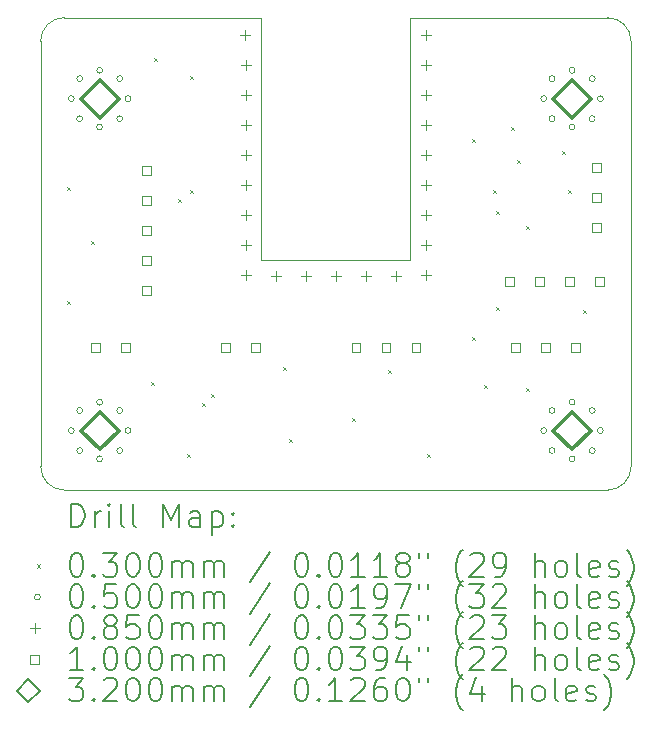
<source format=gbr>
%TF.GenerationSoftware,KiCad,Pcbnew,8.0.5*%
%TF.CreationDate,2024-09-18T02:56:50+09:00*%
%TF.ProjectId,MIDI_Pedal,4d494449-5f50-4656-9461-6c2e6b696361,rev?*%
%TF.SameCoordinates,Original*%
%TF.FileFunction,Drillmap*%
%TF.FilePolarity,Positive*%
%FSLAX45Y45*%
G04 Gerber Fmt 4.5, Leading zero omitted, Abs format (unit mm)*
G04 Created by KiCad (PCBNEW 8.0.5) date 2024-09-18 02:56:50*
%MOMM*%
%LPD*%
G01*
G04 APERTURE LIST*
%ADD10C,0.050000*%
%ADD11C,0.200000*%
%ADD12C,0.100000*%
%ADD13C,0.320000*%
G04 APERTURE END LIST*
D10*
X15000000Y-8803800D02*
G75*
G02*
X14800000Y-9003800I-200000J0D01*
G01*
X10200000Y-9003800D02*
G75*
G02*
X10000000Y-8803800I0J200000D01*
G01*
X10000000Y-5203800D02*
G75*
G02*
X10200000Y-5003800I200000J0D01*
G01*
X14800000Y-5003800D02*
G75*
G02*
X15000000Y-5203800I0J-200000D01*
G01*
X14800000Y-9003800D02*
X10200000Y-9003800D01*
X11866400Y-5003800D02*
X11866400Y-7056600D01*
X15000000Y-5203800D02*
X15000000Y-8803800D01*
X11866400Y-5003800D02*
X10200000Y-5003800D01*
X13130000Y-7056600D02*
X13130000Y-5003800D01*
X10000000Y-5203800D02*
X10000000Y-8803800D01*
X13130000Y-5003800D02*
X14800000Y-5003800D01*
X11866400Y-7056600D02*
X13130000Y-7056600D01*
D11*
D12*
X10221200Y-6436600D02*
X10251200Y-6466600D01*
X10251200Y-6436600D02*
X10221200Y-6466600D01*
X10221200Y-7401800D02*
X10251200Y-7431800D01*
X10251200Y-7401800D02*
X10221200Y-7431800D01*
X10424400Y-6893800D02*
X10454400Y-6923800D01*
X10454400Y-6893800D02*
X10424400Y-6923800D01*
X10932400Y-8087600D02*
X10962400Y-8117600D01*
X10962400Y-8087600D02*
X10932400Y-8117600D01*
X10957800Y-5344400D02*
X10987800Y-5374400D01*
X10987800Y-5344400D02*
X10957800Y-5374400D01*
X11161000Y-6538200D02*
X11191000Y-6568200D01*
X11191000Y-6538200D02*
X11161000Y-6568200D01*
X11237200Y-8697200D02*
X11267200Y-8727200D01*
X11267200Y-8697200D02*
X11237200Y-8727200D01*
X11262600Y-5496800D02*
X11292600Y-5526800D01*
X11292600Y-5496800D02*
X11262600Y-5526800D01*
X11262600Y-6462000D02*
X11292600Y-6492000D01*
X11292600Y-6462000D02*
X11262600Y-6492000D01*
X11364200Y-8265400D02*
X11394200Y-8295400D01*
X11394200Y-8265400D02*
X11364200Y-8295400D01*
X11440400Y-8189200D02*
X11470400Y-8219200D01*
X11470400Y-8189200D02*
X11440400Y-8219200D01*
X12050000Y-7960600D02*
X12080000Y-7990600D01*
X12080000Y-7960600D02*
X12050000Y-7990600D01*
X12100800Y-8570200D02*
X12130800Y-8600200D01*
X12130800Y-8570200D02*
X12100800Y-8600200D01*
X12634200Y-8392400D02*
X12664200Y-8422400D01*
X12664200Y-8392400D02*
X12634200Y-8422400D01*
X12939000Y-7986000D02*
X12969000Y-8016000D01*
X12969000Y-7986000D02*
X12939000Y-8016000D01*
X13269200Y-8697200D02*
X13299200Y-8727200D01*
X13299200Y-8697200D02*
X13269200Y-8727200D01*
X13650200Y-6030200D02*
X13680200Y-6060200D01*
X13680200Y-6030200D02*
X13650200Y-6060200D01*
X13650200Y-7706600D02*
X13680200Y-7736600D01*
X13680200Y-7706600D02*
X13650200Y-7736600D01*
X13751800Y-8113000D02*
X13781800Y-8143000D01*
X13781800Y-8113000D02*
X13751800Y-8143000D01*
X13828000Y-6462000D02*
X13858000Y-6492000D01*
X13858000Y-6462000D02*
X13828000Y-6492000D01*
X13853400Y-6639800D02*
X13883400Y-6669800D01*
X13883400Y-6639800D02*
X13853400Y-6669800D01*
X13853400Y-7452600D02*
X13883400Y-7482600D01*
X13883400Y-7452600D02*
X13853400Y-7482600D01*
X13980400Y-5928600D02*
X14010400Y-5958600D01*
X14010400Y-5928600D02*
X13980400Y-5958600D01*
X14031200Y-6208000D02*
X14061200Y-6238000D01*
X14061200Y-6208000D02*
X14031200Y-6238000D01*
X14107400Y-6766800D02*
X14137400Y-6796800D01*
X14137400Y-6766800D02*
X14107400Y-6796800D01*
X14107400Y-8138400D02*
X14137400Y-8168400D01*
X14137400Y-8138400D02*
X14107400Y-8168400D01*
X14412200Y-6131800D02*
X14442200Y-6161800D01*
X14442200Y-6131800D02*
X14412200Y-6161800D01*
X14463000Y-6462000D02*
X14493000Y-6492000D01*
X14493000Y-6462000D02*
X14463000Y-6492000D01*
X14590000Y-7478000D02*
X14620000Y-7508000D01*
X14620000Y-7478000D02*
X14590000Y-7508000D01*
X10285000Y-5690000D02*
G75*
G02*
X10235000Y-5690000I-25000J0D01*
G01*
X10235000Y-5690000D02*
G75*
G02*
X10285000Y-5690000I25000J0D01*
G01*
X10285000Y-8500000D02*
G75*
G02*
X10235000Y-8500000I-25000J0D01*
G01*
X10235000Y-8500000D02*
G75*
G02*
X10285000Y-8500000I25000J0D01*
G01*
X10355294Y-5520294D02*
G75*
G02*
X10305294Y-5520294I-25000J0D01*
G01*
X10305294Y-5520294D02*
G75*
G02*
X10355294Y-5520294I25000J0D01*
G01*
X10355294Y-5859706D02*
G75*
G02*
X10305294Y-5859706I-25000J0D01*
G01*
X10305294Y-5859706D02*
G75*
G02*
X10355294Y-5859706I25000J0D01*
G01*
X10355294Y-8330294D02*
G75*
G02*
X10305294Y-8330294I-25000J0D01*
G01*
X10305294Y-8330294D02*
G75*
G02*
X10355294Y-8330294I25000J0D01*
G01*
X10355294Y-8669706D02*
G75*
G02*
X10305294Y-8669706I-25000J0D01*
G01*
X10305294Y-8669706D02*
G75*
G02*
X10355294Y-8669706I25000J0D01*
G01*
X10525000Y-5450000D02*
G75*
G02*
X10475000Y-5450000I-25000J0D01*
G01*
X10475000Y-5450000D02*
G75*
G02*
X10525000Y-5450000I25000J0D01*
G01*
X10525000Y-5930000D02*
G75*
G02*
X10475000Y-5930000I-25000J0D01*
G01*
X10475000Y-5930000D02*
G75*
G02*
X10525000Y-5930000I25000J0D01*
G01*
X10525000Y-8260000D02*
G75*
G02*
X10475000Y-8260000I-25000J0D01*
G01*
X10475000Y-8260000D02*
G75*
G02*
X10525000Y-8260000I25000J0D01*
G01*
X10525000Y-8740000D02*
G75*
G02*
X10475000Y-8740000I-25000J0D01*
G01*
X10475000Y-8740000D02*
G75*
G02*
X10525000Y-8740000I25000J0D01*
G01*
X10694706Y-5520294D02*
G75*
G02*
X10644706Y-5520294I-25000J0D01*
G01*
X10644706Y-5520294D02*
G75*
G02*
X10694706Y-5520294I25000J0D01*
G01*
X10694706Y-5859706D02*
G75*
G02*
X10644706Y-5859706I-25000J0D01*
G01*
X10644706Y-5859706D02*
G75*
G02*
X10694706Y-5859706I25000J0D01*
G01*
X10694706Y-8330294D02*
G75*
G02*
X10644706Y-8330294I-25000J0D01*
G01*
X10644706Y-8330294D02*
G75*
G02*
X10694706Y-8330294I25000J0D01*
G01*
X10694706Y-8669706D02*
G75*
G02*
X10644706Y-8669706I-25000J0D01*
G01*
X10644706Y-8669706D02*
G75*
G02*
X10694706Y-8669706I25000J0D01*
G01*
X10765000Y-5690000D02*
G75*
G02*
X10715000Y-5690000I-25000J0D01*
G01*
X10715000Y-5690000D02*
G75*
G02*
X10765000Y-5690000I25000J0D01*
G01*
X10765000Y-8500000D02*
G75*
G02*
X10715000Y-8500000I-25000J0D01*
G01*
X10715000Y-8500000D02*
G75*
G02*
X10765000Y-8500000I25000J0D01*
G01*
X14285000Y-5690000D02*
G75*
G02*
X14235000Y-5690000I-25000J0D01*
G01*
X14235000Y-5690000D02*
G75*
G02*
X14285000Y-5690000I25000J0D01*
G01*
X14285000Y-8500000D02*
G75*
G02*
X14235000Y-8500000I-25000J0D01*
G01*
X14235000Y-8500000D02*
G75*
G02*
X14285000Y-8500000I25000J0D01*
G01*
X14355294Y-5520294D02*
G75*
G02*
X14305294Y-5520294I-25000J0D01*
G01*
X14305294Y-5520294D02*
G75*
G02*
X14355294Y-5520294I25000J0D01*
G01*
X14355294Y-5859706D02*
G75*
G02*
X14305294Y-5859706I-25000J0D01*
G01*
X14305294Y-5859706D02*
G75*
G02*
X14355294Y-5859706I25000J0D01*
G01*
X14355294Y-8330294D02*
G75*
G02*
X14305294Y-8330294I-25000J0D01*
G01*
X14305294Y-8330294D02*
G75*
G02*
X14355294Y-8330294I25000J0D01*
G01*
X14355294Y-8669706D02*
G75*
G02*
X14305294Y-8669706I-25000J0D01*
G01*
X14305294Y-8669706D02*
G75*
G02*
X14355294Y-8669706I25000J0D01*
G01*
X14525000Y-5450000D02*
G75*
G02*
X14475000Y-5450000I-25000J0D01*
G01*
X14475000Y-5450000D02*
G75*
G02*
X14525000Y-5450000I25000J0D01*
G01*
X14525000Y-5930000D02*
G75*
G02*
X14475000Y-5930000I-25000J0D01*
G01*
X14475000Y-5930000D02*
G75*
G02*
X14525000Y-5930000I25000J0D01*
G01*
X14525000Y-8260000D02*
G75*
G02*
X14475000Y-8260000I-25000J0D01*
G01*
X14475000Y-8260000D02*
G75*
G02*
X14525000Y-8260000I25000J0D01*
G01*
X14525000Y-8740000D02*
G75*
G02*
X14475000Y-8740000I-25000J0D01*
G01*
X14475000Y-8740000D02*
G75*
G02*
X14525000Y-8740000I25000J0D01*
G01*
X14694706Y-5520294D02*
G75*
G02*
X14644706Y-5520294I-25000J0D01*
G01*
X14644706Y-5520294D02*
G75*
G02*
X14694706Y-5520294I25000J0D01*
G01*
X14694706Y-5859706D02*
G75*
G02*
X14644706Y-5859706I-25000J0D01*
G01*
X14644706Y-5859706D02*
G75*
G02*
X14694706Y-5859706I25000J0D01*
G01*
X14694706Y-8330294D02*
G75*
G02*
X14644706Y-8330294I-25000J0D01*
G01*
X14644706Y-8330294D02*
G75*
G02*
X14694706Y-8330294I25000J0D01*
G01*
X14694706Y-8669706D02*
G75*
G02*
X14644706Y-8669706I-25000J0D01*
G01*
X14644706Y-8669706D02*
G75*
G02*
X14694706Y-8669706I25000J0D01*
G01*
X14765000Y-5690000D02*
G75*
G02*
X14715000Y-5690000I-25000J0D01*
G01*
X14715000Y-5690000D02*
G75*
G02*
X14765000Y-5690000I25000J0D01*
G01*
X14765000Y-8500000D02*
G75*
G02*
X14715000Y-8500000I-25000J0D01*
G01*
X14715000Y-8500000D02*
G75*
G02*
X14765000Y-8500000I25000J0D01*
G01*
X11733000Y-5111500D02*
X11733000Y-5196500D01*
X11690500Y-5154000D02*
X11775500Y-5154000D01*
X11738000Y-5365500D02*
X11738000Y-5450500D01*
X11695500Y-5408000D02*
X11780500Y-5408000D01*
X11738000Y-5619500D02*
X11738000Y-5704500D01*
X11695500Y-5662000D02*
X11780500Y-5662000D01*
X11738000Y-5873500D02*
X11738000Y-5958500D01*
X11695500Y-5916000D02*
X11780500Y-5916000D01*
X11738000Y-6127500D02*
X11738000Y-6212500D01*
X11695500Y-6170000D02*
X11780500Y-6170000D01*
X11738000Y-6381500D02*
X11738000Y-6466500D01*
X11695500Y-6424000D02*
X11780500Y-6424000D01*
X11738000Y-6635500D02*
X11738000Y-6720500D01*
X11695500Y-6678000D02*
X11780500Y-6678000D01*
X11738000Y-6889500D02*
X11738000Y-6974500D01*
X11695500Y-6932000D02*
X11780500Y-6932000D01*
X11738000Y-7143500D02*
X11738000Y-7228500D01*
X11695500Y-7186000D02*
X11780500Y-7186000D01*
X11992000Y-7148500D02*
X11992000Y-7233500D01*
X11949500Y-7191000D02*
X12034500Y-7191000D01*
X12246000Y-7148500D02*
X12246000Y-7233500D01*
X12203500Y-7191000D02*
X12288500Y-7191000D01*
X12500000Y-7148500D02*
X12500000Y-7233500D01*
X12457500Y-7191000D02*
X12542500Y-7191000D01*
X12754000Y-7148500D02*
X12754000Y-7233500D01*
X12711500Y-7191000D02*
X12796500Y-7191000D01*
X13008000Y-7148500D02*
X13008000Y-7233500D01*
X12965500Y-7191000D02*
X13050500Y-7191000D01*
X13267000Y-5111500D02*
X13267000Y-5196500D01*
X13224500Y-5154000D02*
X13309500Y-5154000D01*
X13267000Y-5365500D02*
X13267000Y-5450500D01*
X13224500Y-5408000D02*
X13309500Y-5408000D01*
X13267000Y-5619500D02*
X13267000Y-5704500D01*
X13224500Y-5662000D02*
X13309500Y-5662000D01*
X13267000Y-5873500D02*
X13267000Y-5958500D01*
X13224500Y-5916000D02*
X13309500Y-5916000D01*
X13267000Y-6127500D02*
X13267000Y-6212500D01*
X13224500Y-6170000D02*
X13309500Y-6170000D01*
X13267000Y-6381500D02*
X13267000Y-6466500D01*
X13224500Y-6424000D02*
X13309500Y-6424000D01*
X13267000Y-6635500D02*
X13267000Y-6720500D01*
X13224500Y-6678000D02*
X13309500Y-6678000D01*
X13267000Y-6889500D02*
X13267000Y-6974500D01*
X13224500Y-6932000D02*
X13309500Y-6932000D01*
X13267000Y-7143500D02*
X13267000Y-7228500D01*
X13224500Y-7186000D02*
X13309500Y-7186000D01*
X10500156Y-7833156D02*
X10500156Y-7762444D01*
X10429444Y-7762444D01*
X10429444Y-7833156D01*
X10500156Y-7833156D01*
X10754156Y-7833156D02*
X10754156Y-7762444D01*
X10683444Y-7762444D01*
X10683444Y-7833156D01*
X10754156Y-7833156D01*
X10931956Y-6334556D02*
X10931956Y-6263844D01*
X10861244Y-6263844D01*
X10861244Y-6334556D01*
X10931956Y-6334556D01*
X10931956Y-6588556D02*
X10931956Y-6517844D01*
X10861244Y-6517844D01*
X10861244Y-6588556D01*
X10931956Y-6588556D01*
X10931956Y-6842556D02*
X10931956Y-6771844D01*
X10861244Y-6771844D01*
X10861244Y-6842556D01*
X10931956Y-6842556D01*
X10931956Y-7096556D02*
X10931956Y-7025844D01*
X10861244Y-7025844D01*
X10861244Y-7096556D01*
X10931956Y-7096556D01*
X10931956Y-7350556D02*
X10931956Y-7279844D01*
X10861244Y-7279844D01*
X10861244Y-7350556D01*
X10931956Y-7350556D01*
X11602156Y-7833156D02*
X11602156Y-7762444D01*
X11531444Y-7762444D01*
X11531444Y-7833156D01*
X11602156Y-7833156D01*
X11856156Y-7833156D02*
X11856156Y-7762444D01*
X11785444Y-7762444D01*
X11785444Y-7833156D01*
X11856156Y-7833156D01*
X12704156Y-7833156D02*
X12704156Y-7762444D01*
X12633444Y-7762444D01*
X12633444Y-7833156D01*
X12704156Y-7833156D01*
X12958156Y-7833156D02*
X12958156Y-7762444D01*
X12887444Y-7762444D01*
X12887444Y-7833156D01*
X12958156Y-7833156D01*
X13212156Y-7833156D02*
X13212156Y-7762444D01*
X13141444Y-7762444D01*
X13141444Y-7833156D01*
X13212156Y-7833156D01*
X14006356Y-7274356D02*
X14006356Y-7203644D01*
X13935644Y-7203644D01*
X13935644Y-7274356D01*
X14006356Y-7274356D01*
X14056156Y-7833156D02*
X14056156Y-7762444D01*
X13985444Y-7762444D01*
X13985444Y-7833156D01*
X14056156Y-7833156D01*
X14260356Y-7274356D02*
X14260356Y-7203644D01*
X14189644Y-7203644D01*
X14189644Y-7274356D01*
X14260356Y-7274356D01*
X14310156Y-7833156D02*
X14310156Y-7762444D01*
X14239444Y-7762444D01*
X14239444Y-7833156D01*
X14310156Y-7833156D01*
X14514356Y-7274356D02*
X14514356Y-7203644D01*
X14443644Y-7203644D01*
X14443644Y-7274356D01*
X14514356Y-7274356D01*
X14564156Y-7833156D02*
X14564156Y-7762444D01*
X14493444Y-7762444D01*
X14493444Y-7833156D01*
X14564156Y-7833156D01*
X14741956Y-6309156D02*
X14741956Y-6238444D01*
X14671244Y-6238444D01*
X14671244Y-6309156D01*
X14741956Y-6309156D01*
X14741956Y-6563156D02*
X14741956Y-6492444D01*
X14671244Y-6492444D01*
X14671244Y-6563156D01*
X14741956Y-6563156D01*
X14741956Y-6817156D02*
X14741956Y-6746444D01*
X14671244Y-6746444D01*
X14671244Y-6817156D01*
X14741956Y-6817156D01*
X14768356Y-7274356D02*
X14768356Y-7203644D01*
X14697644Y-7203644D01*
X14697644Y-7274356D01*
X14768356Y-7274356D01*
D13*
X10500000Y-5850000D02*
X10660000Y-5690000D01*
X10500000Y-5530000D01*
X10340000Y-5690000D01*
X10500000Y-5850000D01*
X10500000Y-8660000D02*
X10660000Y-8500000D01*
X10500000Y-8340000D01*
X10340000Y-8500000D01*
X10500000Y-8660000D01*
X14500000Y-5850000D02*
X14660000Y-5690000D01*
X14500000Y-5530000D01*
X14340000Y-5690000D01*
X14500000Y-5850000D01*
X14500000Y-8660000D02*
X14660000Y-8500000D01*
X14500000Y-8340000D01*
X14340000Y-8500000D01*
X14500000Y-8660000D01*
D11*
X10258277Y-9317784D02*
X10258277Y-9117784D01*
X10258277Y-9117784D02*
X10305896Y-9117784D01*
X10305896Y-9117784D02*
X10334467Y-9127308D01*
X10334467Y-9127308D02*
X10353515Y-9146355D01*
X10353515Y-9146355D02*
X10363039Y-9165403D01*
X10363039Y-9165403D02*
X10372563Y-9203498D01*
X10372563Y-9203498D02*
X10372563Y-9232070D01*
X10372563Y-9232070D02*
X10363039Y-9270165D01*
X10363039Y-9270165D02*
X10353515Y-9289212D01*
X10353515Y-9289212D02*
X10334467Y-9308260D01*
X10334467Y-9308260D02*
X10305896Y-9317784D01*
X10305896Y-9317784D02*
X10258277Y-9317784D01*
X10458277Y-9317784D02*
X10458277Y-9184450D01*
X10458277Y-9222546D02*
X10467801Y-9203498D01*
X10467801Y-9203498D02*
X10477324Y-9193974D01*
X10477324Y-9193974D02*
X10496372Y-9184450D01*
X10496372Y-9184450D02*
X10515420Y-9184450D01*
X10582086Y-9317784D02*
X10582086Y-9184450D01*
X10582086Y-9117784D02*
X10572563Y-9127308D01*
X10572563Y-9127308D02*
X10582086Y-9136831D01*
X10582086Y-9136831D02*
X10591610Y-9127308D01*
X10591610Y-9127308D02*
X10582086Y-9117784D01*
X10582086Y-9117784D02*
X10582086Y-9136831D01*
X10705896Y-9317784D02*
X10686848Y-9308260D01*
X10686848Y-9308260D02*
X10677324Y-9289212D01*
X10677324Y-9289212D02*
X10677324Y-9117784D01*
X10810658Y-9317784D02*
X10791610Y-9308260D01*
X10791610Y-9308260D02*
X10782086Y-9289212D01*
X10782086Y-9289212D02*
X10782086Y-9117784D01*
X11039229Y-9317784D02*
X11039229Y-9117784D01*
X11039229Y-9117784D02*
X11105896Y-9260641D01*
X11105896Y-9260641D02*
X11172563Y-9117784D01*
X11172563Y-9117784D02*
X11172563Y-9317784D01*
X11353515Y-9317784D02*
X11353515Y-9213022D01*
X11353515Y-9213022D02*
X11343991Y-9193974D01*
X11343991Y-9193974D02*
X11324943Y-9184450D01*
X11324943Y-9184450D02*
X11286848Y-9184450D01*
X11286848Y-9184450D02*
X11267801Y-9193974D01*
X11353515Y-9308260D02*
X11334467Y-9317784D01*
X11334467Y-9317784D02*
X11286848Y-9317784D01*
X11286848Y-9317784D02*
X11267801Y-9308260D01*
X11267801Y-9308260D02*
X11258277Y-9289212D01*
X11258277Y-9289212D02*
X11258277Y-9270165D01*
X11258277Y-9270165D02*
X11267801Y-9251117D01*
X11267801Y-9251117D02*
X11286848Y-9241593D01*
X11286848Y-9241593D02*
X11334467Y-9241593D01*
X11334467Y-9241593D02*
X11353515Y-9232070D01*
X11448753Y-9184450D02*
X11448753Y-9384450D01*
X11448753Y-9193974D02*
X11467801Y-9184450D01*
X11467801Y-9184450D02*
X11505896Y-9184450D01*
X11505896Y-9184450D02*
X11524943Y-9193974D01*
X11524943Y-9193974D02*
X11534467Y-9203498D01*
X11534467Y-9203498D02*
X11543991Y-9222546D01*
X11543991Y-9222546D02*
X11543991Y-9279689D01*
X11543991Y-9279689D02*
X11534467Y-9298736D01*
X11534467Y-9298736D02*
X11524943Y-9308260D01*
X11524943Y-9308260D02*
X11505896Y-9317784D01*
X11505896Y-9317784D02*
X11467801Y-9317784D01*
X11467801Y-9317784D02*
X11448753Y-9308260D01*
X11629705Y-9298736D02*
X11639229Y-9308260D01*
X11639229Y-9308260D02*
X11629705Y-9317784D01*
X11629705Y-9317784D02*
X11620182Y-9308260D01*
X11620182Y-9308260D02*
X11629705Y-9298736D01*
X11629705Y-9298736D02*
X11629705Y-9317784D01*
X11629705Y-9193974D02*
X11639229Y-9203498D01*
X11639229Y-9203498D02*
X11629705Y-9213022D01*
X11629705Y-9213022D02*
X11620182Y-9203498D01*
X11620182Y-9203498D02*
X11629705Y-9193974D01*
X11629705Y-9193974D02*
X11629705Y-9213022D01*
D12*
X9967500Y-9631300D02*
X9997500Y-9661300D01*
X9997500Y-9631300D02*
X9967500Y-9661300D01*
D11*
X10296372Y-9537784D02*
X10315420Y-9537784D01*
X10315420Y-9537784D02*
X10334467Y-9547308D01*
X10334467Y-9547308D02*
X10343991Y-9556831D01*
X10343991Y-9556831D02*
X10353515Y-9575879D01*
X10353515Y-9575879D02*
X10363039Y-9613974D01*
X10363039Y-9613974D02*
X10363039Y-9661593D01*
X10363039Y-9661593D02*
X10353515Y-9699689D01*
X10353515Y-9699689D02*
X10343991Y-9718736D01*
X10343991Y-9718736D02*
X10334467Y-9728260D01*
X10334467Y-9728260D02*
X10315420Y-9737784D01*
X10315420Y-9737784D02*
X10296372Y-9737784D01*
X10296372Y-9737784D02*
X10277324Y-9728260D01*
X10277324Y-9728260D02*
X10267801Y-9718736D01*
X10267801Y-9718736D02*
X10258277Y-9699689D01*
X10258277Y-9699689D02*
X10248753Y-9661593D01*
X10248753Y-9661593D02*
X10248753Y-9613974D01*
X10248753Y-9613974D02*
X10258277Y-9575879D01*
X10258277Y-9575879D02*
X10267801Y-9556831D01*
X10267801Y-9556831D02*
X10277324Y-9547308D01*
X10277324Y-9547308D02*
X10296372Y-9537784D01*
X10448753Y-9718736D02*
X10458277Y-9728260D01*
X10458277Y-9728260D02*
X10448753Y-9737784D01*
X10448753Y-9737784D02*
X10439229Y-9728260D01*
X10439229Y-9728260D02*
X10448753Y-9718736D01*
X10448753Y-9718736D02*
X10448753Y-9737784D01*
X10524944Y-9537784D02*
X10648753Y-9537784D01*
X10648753Y-9537784D02*
X10582086Y-9613974D01*
X10582086Y-9613974D02*
X10610658Y-9613974D01*
X10610658Y-9613974D02*
X10629705Y-9623498D01*
X10629705Y-9623498D02*
X10639229Y-9633022D01*
X10639229Y-9633022D02*
X10648753Y-9652070D01*
X10648753Y-9652070D02*
X10648753Y-9699689D01*
X10648753Y-9699689D02*
X10639229Y-9718736D01*
X10639229Y-9718736D02*
X10629705Y-9728260D01*
X10629705Y-9728260D02*
X10610658Y-9737784D01*
X10610658Y-9737784D02*
X10553515Y-9737784D01*
X10553515Y-9737784D02*
X10534467Y-9728260D01*
X10534467Y-9728260D02*
X10524944Y-9718736D01*
X10772563Y-9537784D02*
X10791610Y-9537784D01*
X10791610Y-9537784D02*
X10810658Y-9547308D01*
X10810658Y-9547308D02*
X10820182Y-9556831D01*
X10820182Y-9556831D02*
X10829705Y-9575879D01*
X10829705Y-9575879D02*
X10839229Y-9613974D01*
X10839229Y-9613974D02*
X10839229Y-9661593D01*
X10839229Y-9661593D02*
X10829705Y-9699689D01*
X10829705Y-9699689D02*
X10820182Y-9718736D01*
X10820182Y-9718736D02*
X10810658Y-9728260D01*
X10810658Y-9728260D02*
X10791610Y-9737784D01*
X10791610Y-9737784D02*
X10772563Y-9737784D01*
X10772563Y-9737784D02*
X10753515Y-9728260D01*
X10753515Y-9728260D02*
X10743991Y-9718736D01*
X10743991Y-9718736D02*
X10734467Y-9699689D01*
X10734467Y-9699689D02*
X10724944Y-9661593D01*
X10724944Y-9661593D02*
X10724944Y-9613974D01*
X10724944Y-9613974D02*
X10734467Y-9575879D01*
X10734467Y-9575879D02*
X10743991Y-9556831D01*
X10743991Y-9556831D02*
X10753515Y-9547308D01*
X10753515Y-9547308D02*
X10772563Y-9537784D01*
X10963039Y-9537784D02*
X10982086Y-9537784D01*
X10982086Y-9537784D02*
X11001134Y-9547308D01*
X11001134Y-9547308D02*
X11010658Y-9556831D01*
X11010658Y-9556831D02*
X11020182Y-9575879D01*
X11020182Y-9575879D02*
X11029705Y-9613974D01*
X11029705Y-9613974D02*
X11029705Y-9661593D01*
X11029705Y-9661593D02*
X11020182Y-9699689D01*
X11020182Y-9699689D02*
X11010658Y-9718736D01*
X11010658Y-9718736D02*
X11001134Y-9728260D01*
X11001134Y-9728260D02*
X10982086Y-9737784D01*
X10982086Y-9737784D02*
X10963039Y-9737784D01*
X10963039Y-9737784D02*
X10943991Y-9728260D01*
X10943991Y-9728260D02*
X10934467Y-9718736D01*
X10934467Y-9718736D02*
X10924944Y-9699689D01*
X10924944Y-9699689D02*
X10915420Y-9661593D01*
X10915420Y-9661593D02*
X10915420Y-9613974D01*
X10915420Y-9613974D02*
X10924944Y-9575879D01*
X10924944Y-9575879D02*
X10934467Y-9556831D01*
X10934467Y-9556831D02*
X10943991Y-9547308D01*
X10943991Y-9547308D02*
X10963039Y-9537784D01*
X11115420Y-9737784D02*
X11115420Y-9604450D01*
X11115420Y-9623498D02*
X11124944Y-9613974D01*
X11124944Y-9613974D02*
X11143991Y-9604450D01*
X11143991Y-9604450D02*
X11172563Y-9604450D01*
X11172563Y-9604450D02*
X11191610Y-9613974D01*
X11191610Y-9613974D02*
X11201134Y-9633022D01*
X11201134Y-9633022D02*
X11201134Y-9737784D01*
X11201134Y-9633022D02*
X11210658Y-9613974D01*
X11210658Y-9613974D02*
X11229705Y-9604450D01*
X11229705Y-9604450D02*
X11258277Y-9604450D01*
X11258277Y-9604450D02*
X11277324Y-9613974D01*
X11277324Y-9613974D02*
X11286848Y-9633022D01*
X11286848Y-9633022D02*
X11286848Y-9737784D01*
X11382086Y-9737784D02*
X11382086Y-9604450D01*
X11382086Y-9623498D02*
X11391610Y-9613974D01*
X11391610Y-9613974D02*
X11410658Y-9604450D01*
X11410658Y-9604450D02*
X11439229Y-9604450D01*
X11439229Y-9604450D02*
X11458277Y-9613974D01*
X11458277Y-9613974D02*
X11467801Y-9633022D01*
X11467801Y-9633022D02*
X11467801Y-9737784D01*
X11467801Y-9633022D02*
X11477324Y-9613974D01*
X11477324Y-9613974D02*
X11496372Y-9604450D01*
X11496372Y-9604450D02*
X11524943Y-9604450D01*
X11524943Y-9604450D02*
X11543991Y-9613974D01*
X11543991Y-9613974D02*
X11553515Y-9633022D01*
X11553515Y-9633022D02*
X11553515Y-9737784D01*
X11943991Y-9528260D02*
X11772563Y-9785403D01*
X12201134Y-9537784D02*
X12220182Y-9537784D01*
X12220182Y-9537784D02*
X12239229Y-9547308D01*
X12239229Y-9547308D02*
X12248753Y-9556831D01*
X12248753Y-9556831D02*
X12258277Y-9575879D01*
X12258277Y-9575879D02*
X12267801Y-9613974D01*
X12267801Y-9613974D02*
X12267801Y-9661593D01*
X12267801Y-9661593D02*
X12258277Y-9699689D01*
X12258277Y-9699689D02*
X12248753Y-9718736D01*
X12248753Y-9718736D02*
X12239229Y-9728260D01*
X12239229Y-9728260D02*
X12220182Y-9737784D01*
X12220182Y-9737784D02*
X12201134Y-9737784D01*
X12201134Y-9737784D02*
X12182086Y-9728260D01*
X12182086Y-9728260D02*
X12172563Y-9718736D01*
X12172563Y-9718736D02*
X12163039Y-9699689D01*
X12163039Y-9699689D02*
X12153515Y-9661593D01*
X12153515Y-9661593D02*
X12153515Y-9613974D01*
X12153515Y-9613974D02*
X12163039Y-9575879D01*
X12163039Y-9575879D02*
X12172563Y-9556831D01*
X12172563Y-9556831D02*
X12182086Y-9547308D01*
X12182086Y-9547308D02*
X12201134Y-9537784D01*
X12353515Y-9718736D02*
X12363039Y-9728260D01*
X12363039Y-9728260D02*
X12353515Y-9737784D01*
X12353515Y-9737784D02*
X12343991Y-9728260D01*
X12343991Y-9728260D02*
X12353515Y-9718736D01*
X12353515Y-9718736D02*
X12353515Y-9737784D01*
X12486848Y-9537784D02*
X12505896Y-9537784D01*
X12505896Y-9537784D02*
X12524944Y-9547308D01*
X12524944Y-9547308D02*
X12534467Y-9556831D01*
X12534467Y-9556831D02*
X12543991Y-9575879D01*
X12543991Y-9575879D02*
X12553515Y-9613974D01*
X12553515Y-9613974D02*
X12553515Y-9661593D01*
X12553515Y-9661593D02*
X12543991Y-9699689D01*
X12543991Y-9699689D02*
X12534467Y-9718736D01*
X12534467Y-9718736D02*
X12524944Y-9728260D01*
X12524944Y-9728260D02*
X12505896Y-9737784D01*
X12505896Y-9737784D02*
X12486848Y-9737784D01*
X12486848Y-9737784D02*
X12467801Y-9728260D01*
X12467801Y-9728260D02*
X12458277Y-9718736D01*
X12458277Y-9718736D02*
X12448753Y-9699689D01*
X12448753Y-9699689D02*
X12439229Y-9661593D01*
X12439229Y-9661593D02*
X12439229Y-9613974D01*
X12439229Y-9613974D02*
X12448753Y-9575879D01*
X12448753Y-9575879D02*
X12458277Y-9556831D01*
X12458277Y-9556831D02*
X12467801Y-9547308D01*
X12467801Y-9547308D02*
X12486848Y-9537784D01*
X12743991Y-9737784D02*
X12629706Y-9737784D01*
X12686848Y-9737784D02*
X12686848Y-9537784D01*
X12686848Y-9537784D02*
X12667801Y-9566355D01*
X12667801Y-9566355D02*
X12648753Y-9585403D01*
X12648753Y-9585403D02*
X12629706Y-9594927D01*
X12934467Y-9737784D02*
X12820182Y-9737784D01*
X12877325Y-9737784D02*
X12877325Y-9537784D01*
X12877325Y-9537784D02*
X12858277Y-9566355D01*
X12858277Y-9566355D02*
X12839229Y-9585403D01*
X12839229Y-9585403D02*
X12820182Y-9594927D01*
X13048753Y-9623498D02*
X13029706Y-9613974D01*
X13029706Y-9613974D02*
X13020182Y-9604450D01*
X13020182Y-9604450D02*
X13010658Y-9585403D01*
X13010658Y-9585403D02*
X13010658Y-9575879D01*
X13010658Y-9575879D02*
X13020182Y-9556831D01*
X13020182Y-9556831D02*
X13029706Y-9547308D01*
X13029706Y-9547308D02*
X13048753Y-9537784D01*
X13048753Y-9537784D02*
X13086848Y-9537784D01*
X13086848Y-9537784D02*
X13105896Y-9547308D01*
X13105896Y-9547308D02*
X13115420Y-9556831D01*
X13115420Y-9556831D02*
X13124944Y-9575879D01*
X13124944Y-9575879D02*
X13124944Y-9585403D01*
X13124944Y-9585403D02*
X13115420Y-9604450D01*
X13115420Y-9604450D02*
X13105896Y-9613974D01*
X13105896Y-9613974D02*
X13086848Y-9623498D01*
X13086848Y-9623498D02*
X13048753Y-9623498D01*
X13048753Y-9623498D02*
X13029706Y-9633022D01*
X13029706Y-9633022D02*
X13020182Y-9642546D01*
X13020182Y-9642546D02*
X13010658Y-9661593D01*
X13010658Y-9661593D02*
X13010658Y-9699689D01*
X13010658Y-9699689D02*
X13020182Y-9718736D01*
X13020182Y-9718736D02*
X13029706Y-9728260D01*
X13029706Y-9728260D02*
X13048753Y-9737784D01*
X13048753Y-9737784D02*
X13086848Y-9737784D01*
X13086848Y-9737784D02*
X13105896Y-9728260D01*
X13105896Y-9728260D02*
X13115420Y-9718736D01*
X13115420Y-9718736D02*
X13124944Y-9699689D01*
X13124944Y-9699689D02*
X13124944Y-9661593D01*
X13124944Y-9661593D02*
X13115420Y-9642546D01*
X13115420Y-9642546D02*
X13105896Y-9633022D01*
X13105896Y-9633022D02*
X13086848Y-9623498D01*
X13201134Y-9537784D02*
X13201134Y-9575879D01*
X13277325Y-9537784D02*
X13277325Y-9575879D01*
X13572563Y-9813974D02*
X13563039Y-9804450D01*
X13563039Y-9804450D02*
X13543991Y-9775879D01*
X13543991Y-9775879D02*
X13534468Y-9756831D01*
X13534468Y-9756831D02*
X13524944Y-9728260D01*
X13524944Y-9728260D02*
X13515420Y-9680641D01*
X13515420Y-9680641D02*
X13515420Y-9642546D01*
X13515420Y-9642546D02*
X13524944Y-9594927D01*
X13524944Y-9594927D02*
X13534468Y-9566355D01*
X13534468Y-9566355D02*
X13543991Y-9547308D01*
X13543991Y-9547308D02*
X13563039Y-9518736D01*
X13563039Y-9518736D02*
X13572563Y-9509212D01*
X13639229Y-9556831D02*
X13648753Y-9547308D01*
X13648753Y-9547308D02*
X13667801Y-9537784D01*
X13667801Y-9537784D02*
X13715420Y-9537784D01*
X13715420Y-9537784D02*
X13734468Y-9547308D01*
X13734468Y-9547308D02*
X13743991Y-9556831D01*
X13743991Y-9556831D02*
X13753515Y-9575879D01*
X13753515Y-9575879D02*
X13753515Y-9594927D01*
X13753515Y-9594927D02*
X13743991Y-9623498D01*
X13743991Y-9623498D02*
X13629706Y-9737784D01*
X13629706Y-9737784D02*
X13753515Y-9737784D01*
X13848753Y-9737784D02*
X13886848Y-9737784D01*
X13886848Y-9737784D02*
X13905896Y-9728260D01*
X13905896Y-9728260D02*
X13915420Y-9718736D01*
X13915420Y-9718736D02*
X13934468Y-9690165D01*
X13934468Y-9690165D02*
X13943991Y-9652070D01*
X13943991Y-9652070D02*
X13943991Y-9575879D01*
X13943991Y-9575879D02*
X13934468Y-9556831D01*
X13934468Y-9556831D02*
X13924944Y-9547308D01*
X13924944Y-9547308D02*
X13905896Y-9537784D01*
X13905896Y-9537784D02*
X13867801Y-9537784D01*
X13867801Y-9537784D02*
X13848753Y-9547308D01*
X13848753Y-9547308D02*
X13839229Y-9556831D01*
X13839229Y-9556831D02*
X13829706Y-9575879D01*
X13829706Y-9575879D02*
X13829706Y-9623498D01*
X13829706Y-9623498D02*
X13839229Y-9642546D01*
X13839229Y-9642546D02*
X13848753Y-9652070D01*
X13848753Y-9652070D02*
X13867801Y-9661593D01*
X13867801Y-9661593D02*
X13905896Y-9661593D01*
X13905896Y-9661593D02*
X13924944Y-9652070D01*
X13924944Y-9652070D02*
X13934468Y-9642546D01*
X13934468Y-9642546D02*
X13943991Y-9623498D01*
X14182087Y-9737784D02*
X14182087Y-9537784D01*
X14267801Y-9737784D02*
X14267801Y-9633022D01*
X14267801Y-9633022D02*
X14258277Y-9613974D01*
X14258277Y-9613974D02*
X14239230Y-9604450D01*
X14239230Y-9604450D02*
X14210658Y-9604450D01*
X14210658Y-9604450D02*
X14191610Y-9613974D01*
X14191610Y-9613974D02*
X14182087Y-9623498D01*
X14391610Y-9737784D02*
X14372563Y-9728260D01*
X14372563Y-9728260D02*
X14363039Y-9718736D01*
X14363039Y-9718736D02*
X14353515Y-9699689D01*
X14353515Y-9699689D02*
X14353515Y-9642546D01*
X14353515Y-9642546D02*
X14363039Y-9623498D01*
X14363039Y-9623498D02*
X14372563Y-9613974D01*
X14372563Y-9613974D02*
X14391610Y-9604450D01*
X14391610Y-9604450D02*
X14420182Y-9604450D01*
X14420182Y-9604450D02*
X14439230Y-9613974D01*
X14439230Y-9613974D02*
X14448753Y-9623498D01*
X14448753Y-9623498D02*
X14458277Y-9642546D01*
X14458277Y-9642546D02*
X14458277Y-9699689D01*
X14458277Y-9699689D02*
X14448753Y-9718736D01*
X14448753Y-9718736D02*
X14439230Y-9728260D01*
X14439230Y-9728260D02*
X14420182Y-9737784D01*
X14420182Y-9737784D02*
X14391610Y-9737784D01*
X14572563Y-9737784D02*
X14553515Y-9728260D01*
X14553515Y-9728260D02*
X14543991Y-9709212D01*
X14543991Y-9709212D02*
X14543991Y-9537784D01*
X14724944Y-9728260D02*
X14705896Y-9737784D01*
X14705896Y-9737784D02*
X14667801Y-9737784D01*
X14667801Y-9737784D02*
X14648753Y-9728260D01*
X14648753Y-9728260D02*
X14639230Y-9709212D01*
X14639230Y-9709212D02*
X14639230Y-9633022D01*
X14639230Y-9633022D02*
X14648753Y-9613974D01*
X14648753Y-9613974D02*
X14667801Y-9604450D01*
X14667801Y-9604450D02*
X14705896Y-9604450D01*
X14705896Y-9604450D02*
X14724944Y-9613974D01*
X14724944Y-9613974D02*
X14734468Y-9633022D01*
X14734468Y-9633022D02*
X14734468Y-9652070D01*
X14734468Y-9652070D02*
X14639230Y-9671117D01*
X14810658Y-9728260D02*
X14829706Y-9737784D01*
X14829706Y-9737784D02*
X14867801Y-9737784D01*
X14867801Y-9737784D02*
X14886849Y-9728260D01*
X14886849Y-9728260D02*
X14896372Y-9709212D01*
X14896372Y-9709212D02*
X14896372Y-9699689D01*
X14896372Y-9699689D02*
X14886849Y-9680641D01*
X14886849Y-9680641D02*
X14867801Y-9671117D01*
X14867801Y-9671117D02*
X14839230Y-9671117D01*
X14839230Y-9671117D02*
X14820182Y-9661593D01*
X14820182Y-9661593D02*
X14810658Y-9642546D01*
X14810658Y-9642546D02*
X14810658Y-9633022D01*
X14810658Y-9633022D02*
X14820182Y-9613974D01*
X14820182Y-9613974D02*
X14839230Y-9604450D01*
X14839230Y-9604450D02*
X14867801Y-9604450D01*
X14867801Y-9604450D02*
X14886849Y-9613974D01*
X14963039Y-9813974D02*
X14972563Y-9804450D01*
X14972563Y-9804450D02*
X14991611Y-9775879D01*
X14991611Y-9775879D02*
X15001134Y-9756831D01*
X15001134Y-9756831D02*
X15010658Y-9728260D01*
X15010658Y-9728260D02*
X15020182Y-9680641D01*
X15020182Y-9680641D02*
X15020182Y-9642546D01*
X15020182Y-9642546D02*
X15010658Y-9594927D01*
X15010658Y-9594927D02*
X15001134Y-9566355D01*
X15001134Y-9566355D02*
X14991611Y-9547308D01*
X14991611Y-9547308D02*
X14972563Y-9518736D01*
X14972563Y-9518736D02*
X14963039Y-9509212D01*
D12*
X9997500Y-9910300D02*
G75*
G02*
X9947500Y-9910300I-25000J0D01*
G01*
X9947500Y-9910300D02*
G75*
G02*
X9997500Y-9910300I25000J0D01*
G01*
D11*
X10296372Y-9801784D02*
X10315420Y-9801784D01*
X10315420Y-9801784D02*
X10334467Y-9811308D01*
X10334467Y-9811308D02*
X10343991Y-9820831D01*
X10343991Y-9820831D02*
X10353515Y-9839879D01*
X10353515Y-9839879D02*
X10363039Y-9877974D01*
X10363039Y-9877974D02*
X10363039Y-9925593D01*
X10363039Y-9925593D02*
X10353515Y-9963689D01*
X10353515Y-9963689D02*
X10343991Y-9982736D01*
X10343991Y-9982736D02*
X10334467Y-9992260D01*
X10334467Y-9992260D02*
X10315420Y-10001784D01*
X10315420Y-10001784D02*
X10296372Y-10001784D01*
X10296372Y-10001784D02*
X10277324Y-9992260D01*
X10277324Y-9992260D02*
X10267801Y-9982736D01*
X10267801Y-9982736D02*
X10258277Y-9963689D01*
X10258277Y-9963689D02*
X10248753Y-9925593D01*
X10248753Y-9925593D02*
X10248753Y-9877974D01*
X10248753Y-9877974D02*
X10258277Y-9839879D01*
X10258277Y-9839879D02*
X10267801Y-9820831D01*
X10267801Y-9820831D02*
X10277324Y-9811308D01*
X10277324Y-9811308D02*
X10296372Y-9801784D01*
X10448753Y-9982736D02*
X10458277Y-9992260D01*
X10458277Y-9992260D02*
X10448753Y-10001784D01*
X10448753Y-10001784D02*
X10439229Y-9992260D01*
X10439229Y-9992260D02*
X10448753Y-9982736D01*
X10448753Y-9982736D02*
X10448753Y-10001784D01*
X10639229Y-9801784D02*
X10543991Y-9801784D01*
X10543991Y-9801784D02*
X10534467Y-9897022D01*
X10534467Y-9897022D02*
X10543991Y-9887498D01*
X10543991Y-9887498D02*
X10563039Y-9877974D01*
X10563039Y-9877974D02*
X10610658Y-9877974D01*
X10610658Y-9877974D02*
X10629705Y-9887498D01*
X10629705Y-9887498D02*
X10639229Y-9897022D01*
X10639229Y-9897022D02*
X10648753Y-9916070D01*
X10648753Y-9916070D02*
X10648753Y-9963689D01*
X10648753Y-9963689D02*
X10639229Y-9982736D01*
X10639229Y-9982736D02*
X10629705Y-9992260D01*
X10629705Y-9992260D02*
X10610658Y-10001784D01*
X10610658Y-10001784D02*
X10563039Y-10001784D01*
X10563039Y-10001784D02*
X10543991Y-9992260D01*
X10543991Y-9992260D02*
X10534467Y-9982736D01*
X10772563Y-9801784D02*
X10791610Y-9801784D01*
X10791610Y-9801784D02*
X10810658Y-9811308D01*
X10810658Y-9811308D02*
X10820182Y-9820831D01*
X10820182Y-9820831D02*
X10829705Y-9839879D01*
X10829705Y-9839879D02*
X10839229Y-9877974D01*
X10839229Y-9877974D02*
X10839229Y-9925593D01*
X10839229Y-9925593D02*
X10829705Y-9963689D01*
X10829705Y-9963689D02*
X10820182Y-9982736D01*
X10820182Y-9982736D02*
X10810658Y-9992260D01*
X10810658Y-9992260D02*
X10791610Y-10001784D01*
X10791610Y-10001784D02*
X10772563Y-10001784D01*
X10772563Y-10001784D02*
X10753515Y-9992260D01*
X10753515Y-9992260D02*
X10743991Y-9982736D01*
X10743991Y-9982736D02*
X10734467Y-9963689D01*
X10734467Y-9963689D02*
X10724944Y-9925593D01*
X10724944Y-9925593D02*
X10724944Y-9877974D01*
X10724944Y-9877974D02*
X10734467Y-9839879D01*
X10734467Y-9839879D02*
X10743991Y-9820831D01*
X10743991Y-9820831D02*
X10753515Y-9811308D01*
X10753515Y-9811308D02*
X10772563Y-9801784D01*
X10963039Y-9801784D02*
X10982086Y-9801784D01*
X10982086Y-9801784D02*
X11001134Y-9811308D01*
X11001134Y-9811308D02*
X11010658Y-9820831D01*
X11010658Y-9820831D02*
X11020182Y-9839879D01*
X11020182Y-9839879D02*
X11029705Y-9877974D01*
X11029705Y-9877974D02*
X11029705Y-9925593D01*
X11029705Y-9925593D02*
X11020182Y-9963689D01*
X11020182Y-9963689D02*
X11010658Y-9982736D01*
X11010658Y-9982736D02*
X11001134Y-9992260D01*
X11001134Y-9992260D02*
X10982086Y-10001784D01*
X10982086Y-10001784D02*
X10963039Y-10001784D01*
X10963039Y-10001784D02*
X10943991Y-9992260D01*
X10943991Y-9992260D02*
X10934467Y-9982736D01*
X10934467Y-9982736D02*
X10924944Y-9963689D01*
X10924944Y-9963689D02*
X10915420Y-9925593D01*
X10915420Y-9925593D02*
X10915420Y-9877974D01*
X10915420Y-9877974D02*
X10924944Y-9839879D01*
X10924944Y-9839879D02*
X10934467Y-9820831D01*
X10934467Y-9820831D02*
X10943991Y-9811308D01*
X10943991Y-9811308D02*
X10963039Y-9801784D01*
X11115420Y-10001784D02*
X11115420Y-9868450D01*
X11115420Y-9887498D02*
X11124944Y-9877974D01*
X11124944Y-9877974D02*
X11143991Y-9868450D01*
X11143991Y-9868450D02*
X11172563Y-9868450D01*
X11172563Y-9868450D02*
X11191610Y-9877974D01*
X11191610Y-9877974D02*
X11201134Y-9897022D01*
X11201134Y-9897022D02*
X11201134Y-10001784D01*
X11201134Y-9897022D02*
X11210658Y-9877974D01*
X11210658Y-9877974D02*
X11229705Y-9868450D01*
X11229705Y-9868450D02*
X11258277Y-9868450D01*
X11258277Y-9868450D02*
X11277324Y-9877974D01*
X11277324Y-9877974D02*
X11286848Y-9897022D01*
X11286848Y-9897022D02*
X11286848Y-10001784D01*
X11382086Y-10001784D02*
X11382086Y-9868450D01*
X11382086Y-9887498D02*
X11391610Y-9877974D01*
X11391610Y-9877974D02*
X11410658Y-9868450D01*
X11410658Y-9868450D02*
X11439229Y-9868450D01*
X11439229Y-9868450D02*
X11458277Y-9877974D01*
X11458277Y-9877974D02*
X11467801Y-9897022D01*
X11467801Y-9897022D02*
X11467801Y-10001784D01*
X11467801Y-9897022D02*
X11477324Y-9877974D01*
X11477324Y-9877974D02*
X11496372Y-9868450D01*
X11496372Y-9868450D02*
X11524943Y-9868450D01*
X11524943Y-9868450D02*
X11543991Y-9877974D01*
X11543991Y-9877974D02*
X11553515Y-9897022D01*
X11553515Y-9897022D02*
X11553515Y-10001784D01*
X11943991Y-9792260D02*
X11772563Y-10049403D01*
X12201134Y-9801784D02*
X12220182Y-9801784D01*
X12220182Y-9801784D02*
X12239229Y-9811308D01*
X12239229Y-9811308D02*
X12248753Y-9820831D01*
X12248753Y-9820831D02*
X12258277Y-9839879D01*
X12258277Y-9839879D02*
X12267801Y-9877974D01*
X12267801Y-9877974D02*
X12267801Y-9925593D01*
X12267801Y-9925593D02*
X12258277Y-9963689D01*
X12258277Y-9963689D02*
X12248753Y-9982736D01*
X12248753Y-9982736D02*
X12239229Y-9992260D01*
X12239229Y-9992260D02*
X12220182Y-10001784D01*
X12220182Y-10001784D02*
X12201134Y-10001784D01*
X12201134Y-10001784D02*
X12182086Y-9992260D01*
X12182086Y-9992260D02*
X12172563Y-9982736D01*
X12172563Y-9982736D02*
X12163039Y-9963689D01*
X12163039Y-9963689D02*
X12153515Y-9925593D01*
X12153515Y-9925593D02*
X12153515Y-9877974D01*
X12153515Y-9877974D02*
X12163039Y-9839879D01*
X12163039Y-9839879D02*
X12172563Y-9820831D01*
X12172563Y-9820831D02*
X12182086Y-9811308D01*
X12182086Y-9811308D02*
X12201134Y-9801784D01*
X12353515Y-9982736D02*
X12363039Y-9992260D01*
X12363039Y-9992260D02*
X12353515Y-10001784D01*
X12353515Y-10001784D02*
X12343991Y-9992260D01*
X12343991Y-9992260D02*
X12353515Y-9982736D01*
X12353515Y-9982736D02*
X12353515Y-10001784D01*
X12486848Y-9801784D02*
X12505896Y-9801784D01*
X12505896Y-9801784D02*
X12524944Y-9811308D01*
X12524944Y-9811308D02*
X12534467Y-9820831D01*
X12534467Y-9820831D02*
X12543991Y-9839879D01*
X12543991Y-9839879D02*
X12553515Y-9877974D01*
X12553515Y-9877974D02*
X12553515Y-9925593D01*
X12553515Y-9925593D02*
X12543991Y-9963689D01*
X12543991Y-9963689D02*
X12534467Y-9982736D01*
X12534467Y-9982736D02*
X12524944Y-9992260D01*
X12524944Y-9992260D02*
X12505896Y-10001784D01*
X12505896Y-10001784D02*
X12486848Y-10001784D01*
X12486848Y-10001784D02*
X12467801Y-9992260D01*
X12467801Y-9992260D02*
X12458277Y-9982736D01*
X12458277Y-9982736D02*
X12448753Y-9963689D01*
X12448753Y-9963689D02*
X12439229Y-9925593D01*
X12439229Y-9925593D02*
X12439229Y-9877974D01*
X12439229Y-9877974D02*
X12448753Y-9839879D01*
X12448753Y-9839879D02*
X12458277Y-9820831D01*
X12458277Y-9820831D02*
X12467801Y-9811308D01*
X12467801Y-9811308D02*
X12486848Y-9801784D01*
X12743991Y-10001784D02*
X12629706Y-10001784D01*
X12686848Y-10001784D02*
X12686848Y-9801784D01*
X12686848Y-9801784D02*
X12667801Y-9830355D01*
X12667801Y-9830355D02*
X12648753Y-9849403D01*
X12648753Y-9849403D02*
X12629706Y-9858927D01*
X12839229Y-10001784D02*
X12877325Y-10001784D01*
X12877325Y-10001784D02*
X12896372Y-9992260D01*
X12896372Y-9992260D02*
X12905896Y-9982736D01*
X12905896Y-9982736D02*
X12924944Y-9954165D01*
X12924944Y-9954165D02*
X12934467Y-9916070D01*
X12934467Y-9916070D02*
X12934467Y-9839879D01*
X12934467Y-9839879D02*
X12924944Y-9820831D01*
X12924944Y-9820831D02*
X12915420Y-9811308D01*
X12915420Y-9811308D02*
X12896372Y-9801784D01*
X12896372Y-9801784D02*
X12858277Y-9801784D01*
X12858277Y-9801784D02*
X12839229Y-9811308D01*
X12839229Y-9811308D02*
X12829706Y-9820831D01*
X12829706Y-9820831D02*
X12820182Y-9839879D01*
X12820182Y-9839879D02*
X12820182Y-9887498D01*
X12820182Y-9887498D02*
X12829706Y-9906546D01*
X12829706Y-9906546D02*
X12839229Y-9916070D01*
X12839229Y-9916070D02*
X12858277Y-9925593D01*
X12858277Y-9925593D02*
X12896372Y-9925593D01*
X12896372Y-9925593D02*
X12915420Y-9916070D01*
X12915420Y-9916070D02*
X12924944Y-9906546D01*
X12924944Y-9906546D02*
X12934467Y-9887498D01*
X13001134Y-9801784D02*
X13134467Y-9801784D01*
X13134467Y-9801784D02*
X13048753Y-10001784D01*
X13201134Y-9801784D02*
X13201134Y-9839879D01*
X13277325Y-9801784D02*
X13277325Y-9839879D01*
X13572563Y-10077974D02*
X13563039Y-10068450D01*
X13563039Y-10068450D02*
X13543991Y-10039879D01*
X13543991Y-10039879D02*
X13534468Y-10020831D01*
X13534468Y-10020831D02*
X13524944Y-9992260D01*
X13524944Y-9992260D02*
X13515420Y-9944641D01*
X13515420Y-9944641D02*
X13515420Y-9906546D01*
X13515420Y-9906546D02*
X13524944Y-9858927D01*
X13524944Y-9858927D02*
X13534468Y-9830355D01*
X13534468Y-9830355D02*
X13543991Y-9811308D01*
X13543991Y-9811308D02*
X13563039Y-9782736D01*
X13563039Y-9782736D02*
X13572563Y-9773212D01*
X13629706Y-9801784D02*
X13753515Y-9801784D01*
X13753515Y-9801784D02*
X13686848Y-9877974D01*
X13686848Y-9877974D02*
X13715420Y-9877974D01*
X13715420Y-9877974D02*
X13734468Y-9887498D01*
X13734468Y-9887498D02*
X13743991Y-9897022D01*
X13743991Y-9897022D02*
X13753515Y-9916070D01*
X13753515Y-9916070D02*
X13753515Y-9963689D01*
X13753515Y-9963689D02*
X13743991Y-9982736D01*
X13743991Y-9982736D02*
X13734468Y-9992260D01*
X13734468Y-9992260D02*
X13715420Y-10001784D01*
X13715420Y-10001784D02*
X13658277Y-10001784D01*
X13658277Y-10001784D02*
X13639229Y-9992260D01*
X13639229Y-9992260D02*
X13629706Y-9982736D01*
X13829706Y-9820831D02*
X13839229Y-9811308D01*
X13839229Y-9811308D02*
X13858277Y-9801784D01*
X13858277Y-9801784D02*
X13905896Y-9801784D01*
X13905896Y-9801784D02*
X13924944Y-9811308D01*
X13924944Y-9811308D02*
X13934468Y-9820831D01*
X13934468Y-9820831D02*
X13943991Y-9839879D01*
X13943991Y-9839879D02*
X13943991Y-9858927D01*
X13943991Y-9858927D02*
X13934468Y-9887498D01*
X13934468Y-9887498D02*
X13820182Y-10001784D01*
X13820182Y-10001784D02*
X13943991Y-10001784D01*
X14182087Y-10001784D02*
X14182087Y-9801784D01*
X14267801Y-10001784D02*
X14267801Y-9897022D01*
X14267801Y-9897022D02*
X14258277Y-9877974D01*
X14258277Y-9877974D02*
X14239230Y-9868450D01*
X14239230Y-9868450D02*
X14210658Y-9868450D01*
X14210658Y-9868450D02*
X14191610Y-9877974D01*
X14191610Y-9877974D02*
X14182087Y-9887498D01*
X14391610Y-10001784D02*
X14372563Y-9992260D01*
X14372563Y-9992260D02*
X14363039Y-9982736D01*
X14363039Y-9982736D02*
X14353515Y-9963689D01*
X14353515Y-9963689D02*
X14353515Y-9906546D01*
X14353515Y-9906546D02*
X14363039Y-9887498D01*
X14363039Y-9887498D02*
X14372563Y-9877974D01*
X14372563Y-9877974D02*
X14391610Y-9868450D01*
X14391610Y-9868450D02*
X14420182Y-9868450D01*
X14420182Y-9868450D02*
X14439230Y-9877974D01*
X14439230Y-9877974D02*
X14448753Y-9887498D01*
X14448753Y-9887498D02*
X14458277Y-9906546D01*
X14458277Y-9906546D02*
X14458277Y-9963689D01*
X14458277Y-9963689D02*
X14448753Y-9982736D01*
X14448753Y-9982736D02*
X14439230Y-9992260D01*
X14439230Y-9992260D02*
X14420182Y-10001784D01*
X14420182Y-10001784D02*
X14391610Y-10001784D01*
X14572563Y-10001784D02*
X14553515Y-9992260D01*
X14553515Y-9992260D02*
X14543991Y-9973212D01*
X14543991Y-9973212D02*
X14543991Y-9801784D01*
X14724944Y-9992260D02*
X14705896Y-10001784D01*
X14705896Y-10001784D02*
X14667801Y-10001784D01*
X14667801Y-10001784D02*
X14648753Y-9992260D01*
X14648753Y-9992260D02*
X14639230Y-9973212D01*
X14639230Y-9973212D02*
X14639230Y-9897022D01*
X14639230Y-9897022D02*
X14648753Y-9877974D01*
X14648753Y-9877974D02*
X14667801Y-9868450D01*
X14667801Y-9868450D02*
X14705896Y-9868450D01*
X14705896Y-9868450D02*
X14724944Y-9877974D01*
X14724944Y-9877974D02*
X14734468Y-9897022D01*
X14734468Y-9897022D02*
X14734468Y-9916070D01*
X14734468Y-9916070D02*
X14639230Y-9935117D01*
X14810658Y-9992260D02*
X14829706Y-10001784D01*
X14829706Y-10001784D02*
X14867801Y-10001784D01*
X14867801Y-10001784D02*
X14886849Y-9992260D01*
X14886849Y-9992260D02*
X14896372Y-9973212D01*
X14896372Y-9973212D02*
X14896372Y-9963689D01*
X14896372Y-9963689D02*
X14886849Y-9944641D01*
X14886849Y-9944641D02*
X14867801Y-9935117D01*
X14867801Y-9935117D02*
X14839230Y-9935117D01*
X14839230Y-9935117D02*
X14820182Y-9925593D01*
X14820182Y-9925593D02*
X14810658Y-9906546D01*
X14810658Y-9906546D02*
X14810658Y-9897022D01*
X14810658Y-9897022D02*
X14820182Y-9877974D01*
X14820182Y-9877974D02*
X14839230Y-9868450D01*
X14839230Y-9868450D02*
X14867801Y-9868450D01*
X14867801Y-9868450D02*
X14886849Y-9877974D01*
X14963039Y-10077974D02*
X14972563Y-10068450D01*
X14972563Y-10068450D02*
X14991611Y-10039879D01*
X14991611Y-10039879D02*
X15001134Y-10020831D01*
X15001134Y-10020831D02*
X15010658Y-9992260D01*
X15010658Y-9992260D02*
X15020182Y-9944641D01*
X15020182Y-9944641D02*
X15020182Y-9906546D01*
X15020182Y-9906546D02*
X15010658Y-9858927D01*
X15010658Y-9858927D02*
X15001134Y-9830355D01*
X15001134Y-9830355D02*
X14991611Y-9811308D01*
X14991611Y-9811308D02*
X14972563Y-9782736D01*
X14972563Y-9782736D02*
X14963039Y-9773212D01*
D12*
X9955000Y-10131800D02*
X9955000Y-10216800D01*
X9912500Y-10174300D02*
X9997500Y-10174300D01*
D11*
X10296372Y-10065784D02*
X10315420Y-10065784D01*
X10315420Y-10065784D02*
X10334467Y-10075308D01*
X10334467Y-10075308D02*
X10343991Y-10084831D01*
X10343991Y-10084831D02*
X10353515Y-10103879D01*
X10353515Y-10103879D02*
X10363039Y-10141974D01*
X10363039Y-10141974D02*
X10363039Y-10189593D01*
X10363039Y-10189593D02*
X10353515Y-10227689D01*
X10353515Y-10227689D02*
X10343991Y-10246736D01*
X10343991Y-10246736D02*
X10334467Y-10256260D01*
X10334467Y-10256260D02*
X10315420Y-10265784D01*
X10315420Y-10265784D02*
X10296372Y-10265784D01*
X10296372Y-10265784D02*
X10277324Y-10256260D01*
X10277324Y-10256260D02*
X10267801Y-10246736D01*
X10267801Y-10246736D02*
X10258277Y-10227689D01*
X10258277Y-10227689D02*
X10248753Y-10189593D01*
X10248753Y-10189593D02*
X10248753Y-10141974D01*
X10248753Y-10141974D02*
X10258277Y-10103879D01*
X10258277Y-10103879D02*
X10267801Y-10084831D01*
X10267801Y-10084831D02*
X10277324Y-10075308D01*
X10277324Y-10075308D02*
X10296372Y-10065784D01*
X10448753Y-10246736D02*
X10458277Y-10256260D01*
X10458277Y-10256260D02*
X10448753Y-10265784D01*
X10448753Y-10265784D02*
X10439229Y-10256260D01*
X10439229Y-10256260D02*
X10448753Y-10246736D01*
X10448753Y-10246736D02*
X10448753Y-10265784D01*
X10572563Y-10151498D02*
X10553515Y-10141974D01*
X10553515Y-10141974D02*
X10543991Y-10132450D01*
X10543991Y-10132450D02*
X10534467Y-10113403D01*
X10534467Y-10113403D02*
X10534467Y-10103879D01*
X10534467Y-10103879D02*
X10543991Y-10084831D01*
X10543991Y-10084831D02*
X10553515Y-10075308D01*
X10553515Y-10075308D02*
X10572563Y-10065784D01*
X10572563Y-10065784D02*
X10610658Y-10065784D01*
X10610658Y-10065784D02*
X10629705Y-10075308D01*
X10629705Y-10075308D02*
X10639229Y-10084831D01*
X10639229Y-10084831D02*
X10648753Y-10103879D01*
X10648753Y-10103879D02*
X10648753Y-10113403D01*
X10648753Y-10113403D02*
X10639229Y-10132450D01*
X10639229Y-10132450D02*
X10629705Y-10141974D01*
X10629705Y-10141974D02*
X10610658Y-10151498D01*
X10610658Y-10151498D02*
X10572563Y-10151498D01*
X10572563Y-10151498D02*
X10553515Y-10161022D01*
X10553515Y-10161022D02*
X10543991Y-10170546D01*
X10543991Y-10170546D02*
X10534467Y-10189593D01*
X10534467Y-10189593D02*
X10534467Y-10227689D01*
X10534467Y-10227689D02*
X10543991Y-10246736D01*
X10543991Y-10246736D02*
X10553515Y-10256260D01*
X10553515Y-10256260D02*
X10572563Y-10265784D01*
X10572563Y-10265784D02*
X10610658Y-10265784D01*
X10610658Y-10265784D02*
X10629705Y-10256260D01*
X10629705Y-10256260D02*
X10639229Y-10246736D01*
X10639229Y-10246736D02*
X10648753Y-10227689D01*
X10648753Y-10227689D02*
X10648753Y-10189593D01*
X10648753Y-10189593D02*
X10639229Y-10170546D01*
X10639229Y-10170546D02*
X10629705Y-10161022D01*
X10629705Y-10161022D02*
X10610658Y-10151498D01*
X10829705Y-10065784D02*
X10734467Y-10065784D01*
X10734467Y-10065784D02*
X10724944Y-10161022D01*
X10724944Y-10161022D02*
X10734467Y-10151498D01*
X10734467Y-10151498D02*
X10753515Y-10141974D01*
X10753515Y-10141974D02*
X10801134Y-10141974D01*
X10801134Y-10141974D02*
X10820182Y-10151498D01*
X10820182Y-10151498D02*
X10829705Y-10161022D01*
X10829705Y-10161022D02*
X10839229Y-10180070D01*
X10839229Y-10180070D02*
X10839229Y-10227689D01*
X10839229Y-10227689D02*
X10829705Y-10246736D01*
X10829705Y-10246736D02*
X10820182Y-10256260D01*
X10820182Y-10256260D02*
X10801134Y-10265784D01*
X10801134Y-10265784D02*
X10753515Y-10265784D01*
X10753515Y-10265784D02*
X10734467Y-10256260D01*
X10734467Y-10256260D02*
X10724944Y-10246736D01*
X10963039Y-10065784D02*
X10982086Y-10065784D01*
X10982086Y-10065784D02*
X11001134Y-10075308D01*
X11001134Y-10075308D02*
X11010658Y-10084831D01*
X11010658Y-10084831D02*
X11020182Y-10103879D01*
X11020182Y-10103879D02*
X11029705Y-10141974D01*
X11029705Y-10141974D02*
X11029705Y-10189593D01*
X11029705Y-10189593D02*
X11020182Y-10227689D01*
X11020182Y-10227689D02*
X11010658Y-10246736D01*
X11010658Y-10246736D02*
X11001134Y-10256260D01*
X11001134Y-10256260D02*
X10982086Y-10265784D01*
X10982086Y-10265784D02*
X10963039Y-10265784D01*
X10963039Y-10265784D02*
X10943991Y-10256260D01*
X10943991Y-10256260D02*
X10934467Y-10246736D01*
X10934467Y-10246736D02*
X10924944Y-10227689D01*
X10924944Y-10227689D02*
X10915420Y-10189593D01*
X10915420Y-10189593D02*
X10915420Y-10141974D01*
X10915420Y-10141974D02*
X10924944Y-10103879D01*
X10924944Y-10103879D02*
X10934467Y-10084831D01*
X10934467Y-10084831D02*
X10943991Y-10075308D01*
X10943991Y-10075308D02*
X10963039Y-10065784D01*
X11115420Y-10265784D02*
X11115420Y-10132450D01*
X11115420Y-10151498D02*
X11124944Y-10141974D01*
X11124944Y-10141974D02*
X11143991Y-10132450D01*
X11143991Y-10132450D02*
X11172563Y-10132450D01*
X11172563Y-10132450D02*
X11191610Y-10141974D01*
X11191610Y-10141974D02*
X11201134Y-10161022D01*
X11201134Y-10161022D02*
X11201134Y-10265784D01*
X11201134Y-10161022D02*
X11210658Y-10141974D01*
X11210658Y-10141974D02*
X11229705Y-10132450D01*
X11229705Y-10132450D02*
X11258277Y-10132450D01*
X11258277Y-10132450D02*
X11277324Y-10141974D01*
X11277324Y-10141974D02*
X11286848Y-10161022D01*
X11286848Y-10161022D02*
X11286848Y-10265784D01*
X11382086Y-10265784D02*
X11382086Y-10132450D01*
X11382086Y-10151498D02*
X11391610Y-10141974D01*
X11391610Y-10141974D02*
X11410658Y-10132450D01*
X11410658Y-10132450D02*
X11439229Y-10132450D01*
X11439229Y-10132450D02*
X11458277Y-10141974D01*
X11458277Y-10141974D02*
X11467801Y-10161022D01*
X11467801Y-10161022D02*
X11467801Y-10265784D01*
X11467801Y-10161022D02*
X11477324Y-10141974D01*
X11477324Y-10141974D02*
X11496372Y-10132450D01*
X11496372Y-10132450D02*
X11524943Y-10132450D01*
X11524943Y-10132450D02*
X11543991Y-10141974D01*
X11543991Y-10141974D02*
X11553515Y-10161022D01*
X11553515Y-10161022D02*
X11553515Y-10265784D01*
X11943991Y-10056260D02*
X11772563Y-10313403D01*
X12201134Y-10065784D02*
X12220182Y-10065784D01*
X12220182Y-10065784D02*
X12239229Y-10075308D01*
X12239229Y-10075308D02*
X12248753Y-10084831D01*
X12248753Y-10084831D02*
X12258277Y-10103879D01*
X12258277Y-10103879D02*
X12267801Y-10141974D01*
X12267801Y-10141974D02*
X12267801Y-10189593D01*
X12267801Y-10189593D02*
X12258277Y-10227689D01*
X12258277Y-10227689D02*
X12248753Y-10246736D01*
X12248753Y-10246736D02*
X12239229Y-10256260D01*
X12239229Y-10256260D02*
X12220182Y-10265784D01*
X12220182Y-10265784D02*
X12201134Y-10265784D01*
X12201134Y-10265784D02*
X12182086Y-10256260D01*
X12182086Y-10256260D02*
X12172563Y-10246736D01*
X12172563Y-10246736D02*
X12163039Y-10227689D01*
X12163039Y-10227689D02*
X12153515Y-10189593D01*
X12153515Y-10189593D02*
X12153515Y-10141974D01*
X12153515Y-10141974D02*
X12163039Y-10103879D01*
X12163039Y-10103879D02*
X12172563Y-10084831D01*
X12172563Y-10084831D02*
X12182086Y-10075308D01*
X12182086Y-10075308D02*
X12201134Y-10065784D01*
X12353515Y-10246736D02*
X12363039Y-10256260D01*
X12363039Y-10256260D02*
X12353515Y-10265784D01*
X12353515Y-10265784D02*
X12343991Y-10256260D01*
X12343991Y-10256260D02*
X12353515Y-10246736D01*
X12353515Y-10246736D02*
X12353515Y-10265784D01*
X12486848Y-10065784D02*
X12505896Y-10065784D01*
X12505896Y-10065784D02*
X12524944Y-10075308D01*
X12524944Y-10075308D02*
X12534467Y-10084831D01*
X12534467Y-10084831D02*
X12543991Y-10103879D01*
X12543991Y-10103879D02*
X12553515Y-10141974D01*
X12553515Y-10141974D02*
X12553515Y-10189593D01*
X12553515Y-10189593D02*
X12543991Y-10227689D01*
X12543991Y-10227689D02*
X12534467Y-10246736D01*
X12534467Y-10246736D02*
X12524944Y-10256260D01*
X12524944Y-10256260D02*
X12505896Y-10265784D01*
X12505896Y-10265784D02*
X12486848Y-10265784D01*
X12486848Y-10265784D02*
X12467801Y-10256260D01*
X12467801Y-10256260D02*
X12458277Y-10246736D01*
X12458277Y-10246736D02*
X12448753Y-10227689D01*
X12448753Y-10227689D02*
X12439229Y-10189593D01*
X12439229Y-10189593D02*
X12439229Y-10141974D01*
X12439229Y-10141974D02*
X12448753Y-10103879D01*
X12448753Y-10103879D02*
X12458277Y-10084831D01*
X12458277Y-10084831D02*
X12467801Y-10075308D01*
X12467801Y-10075308D02*
X12486848Y-10065784D01*
X12620182Y-10065784D02*
X12743991Y-10065784D01*
X12743991Y-10065784D02*
X12677325Y-10141974D01*
X12677325Y-10141974D02*
X12705896Y-10141974D01*
X12705896Y-10141974D02*
X12724944Y-10151498D01*
X12724944Y-10151498D02*
X12734467Y-10161022D01*
X12734467Y-10161022D02*
X12743991Y-10180070D01*
X12743991Y-10180070D02*
X12743991Y-10227689D01*
X12743991Y-10227689D02*
X12734467Y-10246736D01*
X12734467Y-10246736D02*
X12724944Y-10256260D01*
X12724944Y-10256260D02*
X12705896Y-10265784D01*
X12705896Y-10265784D02*
X12648753Y-10265784D01*
X12648753Y-10265784D02*
X12629706Y-10256260D01*
X12629706Y-10256260D02*
X12620182Y-10246736D01*
X12810658Y-10065784D02*
X12934467Y-10065784D01*
X12934467Y-10065784D02*
X12867801Y-10141974D01*
X12867801Y-10141974D02*
X12896372Y-10141974D01*
X12896372Y-10141974D02*
X12915420Y-10151498D01*
X12915420Y-10151498D02*
X12924944Y-10161022D01*
X12924944Y-10161022D02*
X12934467Y-10180070D01*
X12934467Y-10180070D02*
X12934467Y-10227689D01*
X12934467Y-10227689D02*
X12924944Y-10246736D01*
X12924944Y-10246736D02*
X12915420Y-10256260D01*
X12915420Y-10256260D02*
X12896372Y-10265784D01*
X12896372Y-10265784D02*
X12839229Y-10265784D01*
X12839229Y-10265784D02*
X12820182Y-10256260D01*
X12820182Y-10256260D02*
X12810658Y-10246736D01*
X13115420Y-10065784D02*
X13020182Y-10065784D01*
X13020182Y-10065784D02*
X13010658Y-10161022D01*
X13010658Y-10161022D02*
X13020182Y-10151498D01*
X13020182Y-10151498D02*
X13039229Y-10141974D01*
X13039229Y-10141974D02*
X13086848Y-10141974D01*
X13086848Y-10141974D02*
X13105896Y-10151498D01*
X13105896Y-10151498D02*
X13115420Y-10161022D01*
X13115420Y-10161022D02*
X13124944Y-10180070D01*
X13124944Y-10180070D02*
X13124944Y-10227689D01*
X13124944Y-10227689D02*
X13115420Y-10246736D01*
X13115420Y-10246736D02*
X13105896Y-10256260D01*
X13105896Y-10256260D02*
X13086848Y-10265784D01*
X13086848Y-10265784D02*
X13039229Y-10265784D01*
X13039229Y-10265784D02*
X13020182Y-10256260D01*
X13020182Y-10256260D02*
X13010658Y-10246736D01*
X13201134Y-10065784D02*
X13201134Y-10103879D01*
X13277325Y-10065784D02*
X13277325Y-10103879D01*
X13572563Y-10341974D02*
X13563039Y-10332450D01*
X13563039Y-10332450D02*
X13543991Y-10303879D01*
X13543991Y-10303879D02*
X13534468Y-10284831D01*
X13534468Y-10284831D02*
X13524944Y-10256260D01*
X13524944Y-10256260D02*
X13515420Y-10208641D01*
X13515420Y-10208641D02*
X13515420Y-10170546D01*
X13515420Y-10170546D02*
X13524944Y-10122927D01*
X13524944Y-10122927D02*
X13534468Y-10094355D01*
X13534468Y-10094355D02*
X13543991Y-10075308D01*
X13543991Y-10075308D02*
X13563039Y-10046736D01*
X13563039Y-10046736D02*
X13572563Y-10037212D01*
X13639229Y-10084831D02*
X13648753Y-10075308D01*
X13648753Y-10075308D02*
X13667801Y-10065784D01*
X13667801Y-10065784D02*
X13715420Y-10065784D01*
X13715420Y-10065784D02*
X13734468Y-10075308D01*
X13734468Y-10075308D02*
X13743991Y-10084831D01*
X13743991Y-10084831D02*
X13753515Y-10103879D01*
X13753515Y-10103879D02*
X13753515Y-10122927D01*
X13753515Y-10122927D02*
X13743991Y-10151498D01*
X13743991Y-10151498D02*
X13629706Y-10265784D01*
X13629706Y-10265784D02*
X13753515Y-10265784D01*
X13820182Y-10065784D02*
X13943991Y-10065784D01*
X13943991Y-10065784D02*
X13877325Y-10141974D01*
X13877325Y-10141974D02*
X13905896Y-10141974D01*
X13905896Y-10141974D02*
X13924944Y-10151498D01*
X13924944Y-10151498D02*
X13934468Y-10161022D01*
X13934468Y-10161022D02*
X13943991Y-10180070D01*
X13943991Y-10180070D02*
X13943991Y-10227689D01*
X13943991Y-10227689D02*
X13934468Y-10246736D01*
X13934468Y-10246736D02*
X13924944Y-10256260D01*
X13924944Y-10256260D02*
X13905896Y-10265784D01*
X13905896Y-10265784D02*
X13848753Y-10265784D01*
X13848753Y-10265784D02*
X13829706Y-10256260D01*
X13829706Y-10256260D02*
X13820182Y-10246736D01*
X14182087Y-10265784D02*
X14182087Y-10065784D01*
X14267801Y-10265784D02*
X14267801Y-10161022D01*
X14267801Y-10161022D02*
X14258277Y-10141974D01*
X14258277Y-10141974D02*
X14239230Y-10132450D01*
X14239230Y-10132450D02*
X14210658Y-10132450D01*
X14210658Y-10132450D02*
X14191610Y-10141974D01*
X14191610Y-10141974D02*
X14182087Y-10151498D01*
X14391610Y-10265784D02*
X14372563Y-10256260D01*
X14372563Y-10256260D02*
X14363039Y-10246736D01*
X14363039Y-10246736D02*
X14353515Y-10227689D01*
X14353515Y-10227689D02*
X14353515Y-10170546D01*
X14353515Y-10170546D02*
X14363039Y-10151498D01*
X14363039Y-10151498D02*
X14372563Y-10141974D01*
X14372563Y-10141974D02*
X14391610Y-10132450D01*
X14391610Y-10132450D02*
X14420182Y-10132450D01*
X14420182Y-10132450D02*
X14439230Y-10141974D01*
X14439230Y-10141974D02*
X14448753Y-10151498D01*
X14448753Y-10151498D02*
X14458277Y-10170546D01*
X14458277Y-10170546D02*
X14458277Y-10227689D01*
X14458277Y-10227689D02*
X14448753Y-10246736D01*
X14448753Y-10246736D02*
X14439230Y-10256260D01*
X14439230Y-10256260D02*
X14420182Y-10265784D01*
X14420182Y-10265784D02*
X14391610Y-10265784D01*
X14572563Y-10265784D02*
X14553515Y-10256260D01*
X14553515Y-10256260D02*
X14543991Y-10237212D01*
X14543991Y-10237212D02*
X14543991Y-10065784D01*
X14724944Y-10256260D02*
X14705896Y-10265784D01*
X14705896Y-10265784D02*
X14667801Y-10265784D01*
X14667801Y-10265784D02*
X14648753Y-10256260D01*
X14648753Y-10256260D02*
X14639230Y-10237212D01*
X14639230Y-10237212D02*
X14639230Y-10161022D01*
X14639230Y-10161022D02*
X14648753Y-10141974D01*
X14648753Y-10141974D02*
X14667801Y-10132450D01*
X14667801Y-10132450D02*
X14705896Y-10132450D01*
X14705896Y-10132450D02*
X14724944Y-10141974D01*
X14724944Y-10141974D02*
X14734468Y-10161022D01*
X14734468Y-10161022D02*
X14734468Y-10180070D01*
X14734468Y-10180070D02*
X14639230Y-10199117D01*
X14810658Y-10256260D02*
X14829706Y-10265784D01*
X14829706Y-10265784D02*
X14867801Y-10265784D01*
X14867801Y-10265784D02*
X14886849Y-10256260D01*
X14886849Y-10256260D02*
X14896372Y-10237212D01*
X14896372Y-10237212D02*
X14896372Y-10227689D01*
X14896372Y-10227689D02*
X14886849Y-10208641D01*
X14886849Y-10208641D02*
X14867801Y-10199117D01*
X14867801Y-10199117D02*
X14839230Y-10199117D01*
X14839230Y-10199117D02*
X14820182Y-10189593D01*
X14820182Y-10189593D02*
X14810658Y-10170546D01*
X14810658Y-10170546D02*
X14810658Y-10161022D01*
X14810658Y-10161022D02*
X14820182Y-10141974D01*
X14820182Y-10141974D02*
X14839230Y-10132450D01*
X14839230Y-10132450D02*
X14867801Y-10132450D01*
X14867801Y-10132450D02*
X14886849Y-10141974D01*
X14963039Y-10341974D02*
X14972563Y-10332450D01*
X14972563Y-10332450D02*
X14991611Y-10303879D01*
X14991611Y-10303879D02*
X15001134Y-10284831D01*
X15001134Y-10284831D02*
X15010658Y-10256260D01*
X15010658Y-10256260D02*
X15020182Y-10208641D01*
X15020182Y-10208641D02*
X15020182Y-10170546D01*
X15020182Y-10170546D02*
X15010658Y-10122927D01*
X15010658Y-10122927D02*
X15001134Y-10094355D01*
X15001134Y-10094355D02*
X14991611Y-10075308D01*
X14991611Y-10075308D02*
X14972563Y-10046736D01*
X14972563Y-10046736D02*
X14963039Y-10037212D01*
D12*
X9982856Y-10473656D02*
X9982856Y-10402944D01*
X9912144Y-10402944D01*
X9912144Y-10473656D01*
X9982856Y-10473656D01*
D11*
X10363039Y-10529784D02*
X10248753Y-10529784D01*
X10305896Y-10529784D02*
X10305896Y-10329784D01*
X10305896Y-10329784D02*
X10286848Y-10358355D01*
X10286848Y-10358355D02*
X10267801Y-10377403D01*
X10267801Y-10377403D02*
X10248753Y-10386927D01*
X10448753Y-10510736D02*
X10458277Y-10520260D01*
X10458277Y-10520260D02*
X10448753Y-10529784D01*
X10448753Y-10529784D02*
X10439229Y-10520260D01*
X10439229Y-10520260D02*
X10448753Y-10510736D01*
X10448753Y-10510736D02*
X10448753Y-10529784D01*
X10582086Y-10329784D02*
X10601134Y-10329784D01*
X10601134Y-10329784D02*
X10620182Y-10339308D01*
X10620182Y-10339308D02*
X10629705Y-10348831D01*
X10629705Y-10348831D02*
X10639229Y-10367879D01*
X10639229Y-10367879D02*
X10648753Y-10405974D01*
X10648753Y-10405974D02*
X10648753Y-10453593D01*
X10648753Y-10453593D02*
X10639229Y-10491689D01*
X10639229Y-10491689D02*
X10629705Y-10510736D01*
X10629705Y-10510736D02*
X10620182Y-10520260D01*
X10620182Y-10520260D02*
X10601134Y-10529784D01*
X10601134Y-10529784D02*
X10582086Y-10529784D01*
X10582086Y-10529784D02*
X10563039Y-10520260D01*
X10563039Y-10520260D02*
X10553515Y-10510736D01*
X10553515Y-10510736D02*
X10543991Y-10491689D01*
X10543991Y-10491689D02*
X10534467Y-10453593D01*
X10534467Y-10453593D02*
X10534467Y-10405974D01*
X10534467Y-10405974D02*
X10543991Y-10367879D01*
X10543991Y-10367879D02*
X10553515Y-10348831D01*
X10553515Y-10348831D02*
X10563039Y-10339308D01*
X10563039Y-10339308D02*
X10582086Y-10329784D01*
X10772563Y-10329784D02*
X10791610Y-10329784D01*
X10791610Y-10329784D02*
X10810658Y-10339308D01*
X10810658Y-10339308D02*
X10820182Y-10348831D01*
X10820182Y-10348831D02*
X10829705Y-10367879D01*
X10829705Y-10367879D02*
X10839229Y-10405974D01*
X10839229Y-10405974D02*
X10839229Y-10453593D01*
X10839229Y-10453593D02*
X10829705Y-10491689D01*
X10829705Y-10491689D02*
X10820182Y-10510736D01*
X10820182Y-10510736D02*
X10810658Y-10520260D01*
X10810658Y-10520260D02*
X10791610Y-10529784D01*
X10791610Y-10529784D02*
X10772563Y-10529784D01*
X10772563Y-10529784D02*
X10753515Y-10520260D01*
X10753515Y-10520260D02*
X10743991Y-10510736D01*
X10743991Y-10510736D02*
X10734467Y-10491689D01*
X10734467Y-10491689D02*
X10724944Y-10453593D01*
X10724944Y-10453593D02*
X10724944Y-10405974D01*
X10724944Y-10405974D02*
X10734467Y-10367879D01*
X10734467Y-10367879D02*
X10743991Y-10348831D01*
X10743991Y-10348831D02*
X10753515Y-10339308D01*
X10753515Y-10339308D02*
X10772563Y-10329784D01*
X10963039Y-10329784D02*
X10982086Y-10329784D01*
X10982086Y-10329784D02*
X11001134Y-10339308D01*
X11001134Y-10339308D02*
X11010658Y-10348831D01*
X11010658Y-10348831D02*
X11020182Y-10367879D01*
X11020182Y-10367879D02*
X11029705Y-10405974D01*
X11029705Y-10405974D02*
X11029705Y-10453593D01*
X11029705Y-10453593D02*
X11020182Y-10491689D01*
X11020182Y-10491689D02*
X11010658Y-10510736D01*
X11010658Y-10510736D02*
X11001134Y-10520260D01*
X11001134Y-10520260D02*
X10982086Y-10529784D01*
X10982086Y-10529784D02*
X10963039Y-10529784D01*
X10963039Y-10529784D02*
X10943991Y-10520260D01*
X10943991Y-10520260D02*
X10934467Y-10510736D01*
X10934467Y-10510736D02*
X10924944Y-10491689D01*
X10924944Y-10491689D02*
X10915420Y-10453593D01*
X10915420Y-10453593D02*
X10915420Y-10405974D01*
X10915420Y-10405974D02*
X10924944Y-10367879D01*
X10924944Y-10367879D02*
X10934467Y-10348831D01*
X10934467Y-10348831D02*
X10943991Y-10339308D01*
X10943991Y-10339308D02*
X10963039Y-10329784D01*
X11115420Y-10529784D02*
X11115420Y-10396450D01*
X11115420Y-10415498D02*
X11124944Y-10405974D01*
X11124944Y-10405974D02*
X11143991Y-10396450D01*
X11143991Y-10396450D02*
X11172563Y-10396450D01*
X11172563Y-10396450D02*
X11191610Y-10405974D01*
X11191610Y-10405974D02*
X11201134Y-10425022D01*
X11201134Y-10425022D02*
X11201134Y-10529784D01*
X11201134Y-10425022D02*
X11210658Y-10405974D01*
X11210658Y-10405974D02*
X11229705Y-10396450D01*
X11229705Y-10396450D02*
X11258277Y-10396450D01*
X11258277Y-10396450D02*
X11277324Y-10405974D01*
X11277324Y-10405974D02*
X11286848Y-10425022D01*
X11286848Y-10425022D02*
X11286848Y-10529784D01*
X11382086Y-10529784D02*
X11382086Y-10396450D01*
X11382086Y-10415498D02*
X11391610Y-10405974D01*
X11391610Y-10405974D02*
X11410658Y-10396450D01*
X11410658Y-10396450D02*
X11439229Y-10396450D01*
X11439229Y-10396450D02*
X11458277Y-10405974D01*
X11458277Y-10405974D02*
X11467801Y-10425022D01*
X11467801Y-10425022D02*
X11467801Y-10529784D01*
X11467801Y-10425022D02*
X11477324Y-10405974D01*
X11477324Y-10405974D02*
X11496372Y-10396450D01*
X11496372Y-10396450D02*
X11524943Y-10396450D01*
X11524943Y-10396450D02*
X11543991Y-10405974D01*
X11543991Y-10405974D02*
X11553515Y-10425022D01*
X11553515Y-10425022D02*
X11553515Y-10529784D01*
X11943991Y-10320260D02*
X11772563Y-10577403D01*
X12201134Y-10329784D02*
X12220182Y-10329784D01*
X12220182Y-10329784D02*
X12239229Y-10339308D01*
X12239229Y-10339308D02*
X12248753Y-10348831D01*
X12248753Y-10348831D02*
X12258277Y-10367879D01*
X12258277Y-10367879D02*
X12267801Y-10405974D01*
X12267801Y-10405974D02*
X12267801Y-10453593D01*
X12267801Y-10453593D02*
X12258277Y-10491689D01*
X12258277Y-10491689D02*
X12248753Y-10510736D01*
X12248753Y-10510736D02*
X12239229Y-10520260D01*
X12239229Y-10520260D02*
X12220182Y-10529784D01*
X12220182Y-10529784D02*
X12201134Y-10529784D01*
X12201134Y-10529784D02*
X12182086Y-10520260D01*
X12182086Y-10520260D02*
X12172563Y-10510736D01*
X12172563Y-10510736D02*
X12163039Y-10491689D01*
X12163039Y-10491689D02*
X12153515Y-10453593D01*
X12153515Y-10453593D02*
X12153515Y-10405974D01*
X12153515Y-10405974D02*
X12163039Y-10367879D01*
X12163039Y-10367879D02*
X12172563Y-10348831D01*
X12172563Y-10348831D02*
X12182086Y-10339308D01*
X12182086Y-10339308D02*
X12201134Y-10329784D01*
X12353515Y-10510736D02*
X12363039Y-10520260D01*
X12363039Y-10520260D02*
X12353515Y-10529784D01*
X12353515Y-10529784D02*
X12343991Y-10520260D01*
X12343991Y-10520260D02*
X12353515Y-10510736D01*
X12353515Y-10510736D02*
X12353515Y-10529784D01*
X12486848Y-10329784D02*
X12505896Y-10329784D01*
X12505896Y-10329784D02*
X12524944Y-10339308D01*
X12524944Y-10339308D02*
X12534467Y-10348831D01*
X12534467Y-10348831D02*
X12543991Y-10367879D01*
X12543991Y-10367879D02*
X12553515Y-10405974D01*
X12553515Y-10405974D02*
X12553515Y-10453593D01*
X12553515Y-10453593D02*
X12543991Y-10491689D01*
X12543991Y-10491689D02*
X12534467Y-10510736D01*
X12534467Y-10510736D02*
X12524944Y-10520260D01*
X12524944Y-10520260D02*
X12505896Y-10529784D01*
X12505896Y-10529784D02*
X12486848Y-10529784D01*
X12486848Y-10529784D02*
X12467801Y-10520260D01*
X12467801Y-10520260D02*
X12458277Y-10510736D01*
X12458277Y-10510736D02*
X12448753Y-10491689D01*
X12448753Y-10491689D02*
X12439229Y-10453593D01*
X12439229Y-10453593D02*
X12439229Y-10405974D01*
X12439229Y-10405974D02*
X12448753Y-10367879D01*
X12448753Y-10367879D02*
X12458277Y-10348831D01*
X12458277Y-10348831D02*
X12467801Y-10339308D01*
X12467801Y-10339308D02*
X12486848Y-10329784D01*
X12620182Y-10329784D02*
X12743991Y-10329784D01*
X12743991Y-10329784D02*
X12677325Y-10405974D01*
X12677325Y-10405974D02*
X12705896Y-10405974D01*
X12705896Y-10405974D02*
X12724944Y-10415498D01*
X12724944Y-10415498D02*
X12734467Y-10425022D01*
X12734467Y-10425022D02*
X12743991Y-10444070D01*
X12743991Y-10444070D02*
X12743991Y-10491689D01*
X12743991Y-10491689D02*
X12734467Y-10510736D01*
X12734467Y-10510736D02*
X12724944Y-10520260D01*
X12724944Y-10520260D02*
X12705896Y-10529784D01*
X12705896Y-10529784D02*
X12648753Y-10529784D01*
X12648753Y-10529784D02*
X12629706Y-10520260D01*
X12629706Y-10520260D02*
X12620182Y-10510736D01*
X12839229Y-10529784D02*
X12877325Y-10529784D01*
X12877325Y-10529784D02*
X12896372Y-10520260D01*
X12896372Y-10520260D02*
X12905896Y-10510736D01*
X12905896Y-10510736D02*
X12924944Y-10482165D01*
X12924944Y-10482165D02*
X12934467Y-10444070D01*
X12934467Y-10444070D02*
X12934467Y-10367879D01*
X12934467Y-10367879D02*
X12924944Y-10348831D01*
X12924944Y-10348831D02*
X12915420Y-10339308D01*
X12915420Y-10339308D02*
X12896372Y-10329784D01*
X12896372Y-10329784D02*
X12858277Y-10329784D01*
X12858277Y-10329784D02*
X12839229Y-10339308D01*
X12839229Y-10339308D02*
X12829706Y-10348831D01*
X12829706Y-10348831D02*
X12820182Y-10367879D01*
X12820182Y-10367879D02*
X12820182Y-10415498D01*
X12820182Y-10415498D02*
X12829706Y-10434546D01*
X12829706Y-10434546D02*
X12839229Y-10444070D01*
X12839229Y-10444070D02*
X12858277Y-10453593D01*
X12858277Y-10453593D02*
X12896372Y-10453593D01*
X12896372Y-10453593D02*
X12915420Y-10444070D01*
X12915420Y-10444070D02*
X12924944Y-10434546D01*
X12924944Y-10434546D02*
X12934467Y-10415498D01*
X13105896Y-10396450D02*
X13105896Y-10529784D01*
X13058277Y-10320260D02*
X13010658Y-10463117D01*
X13010658Y-10463117D02*
X13134467Y-10463117D01*
X13201134Y-10329784D02*
X13201134Y-10367879D01*
X13277325Y-10329784D02*
X13277325Y-10367879D01*
X13572563Y-10605974D02*
X13563039Y-10596450D01*
X13563039Y-10596450D02*
X13543991Y-10567879D01*
X13543991Y-10567879D02*
X13534468Y-10548831D01*
X13534468Y-10548831D02*
X13524944Y-10520260D01*
X13524944Y-10520260D02*
X13515420Y-10472641D01*
X13515420Y-10472641D02*
X13515420Y-10434546D01*
X13515420Y-10434546D02*
X13524944Y-10386927D01*
X13524944Y-10386927D02*
X13534468Y-10358355D01*
X13534468Y-10358355D02*
X13543991Y-10339308D01*
X13543991Y-10339308D02*
X13563039Y-10310736D01*
X13563039Y-10310736D02*
X13572563Y-10301212D01*
X13639229Y-10348831D02*
X13648753Y-10339308D01*
X13648753Y-10339308D02*
X13667801Y-10329784D01*
X13667801Y-10329784D02*
X13715420Y-10329784D01*
X13715420Y-10329784D02*
X13734468Y-10339308D01*
X13734468Y-10339308D02*
X13743991Y-10348831D01*
X13743991Y-10348831D02*
X13753515Y-10367879D01*
X13753515Y-10367879D02*
X13753515Y-10386927D01*
X13753515Y-10386927D02*
X13743991Y-10415498D01*
X13743991Y-10415498D02*
X13629706Y-10529784D01*
X13629706Y-10529784D02*
X13753515Y-10529784D01*
X13829706Y-10348831D02*
X13839229Y-10339308D01*
X13839229Y-10339308D02*
X13858277Y-10329784D01*
X13858277Y-10329784D02*
X13905896Y-10329784D01*
X13905896Y-10329784D02*
X13924944Y-10339308D01*
X13924944Y-10339308D02*
X13934468Y-10348831D01*
X13934468Y-10348831D02*
X13943991Y-10367879D01*
X13943991Y-10367879D02*
X13943991Y-10386927D01*
X13943991Y-10386927D02*
X13934468Y-10415498D01*
X13934468Y-10415498D02*
X13820182Y-10529784D01*
X13820182Y-10529784D02*
X13943991Y-10529784D01*
X14182087Y-10529784D02*
X14182087Y-10329784D01*
X14267801Y-10529784D02*
X14267801Y-10425022D01*
X14267801Y-10425022D02*
X14258277Y-10405974D01*
X14258277Y-10405974D02*
X14239230Y-10396450D01*
X14239230Y-10396450D02*
X14210658Y-10396450D01*
X14210658Y-10396450D02*
X14191610Y-10405974D01*
X14191610Y-10405974D02*
X14182087Y-10415498D01*
X14391610Y-10529784D02*
X14372563Y-10520260D01*
X14372563Y-10520260D02*
X14363039Y-10510736D01*
X14363039Y-10510736D02*
X14353515Y-10491689D01*
X14353515Y-10491689D02*
X14353515Y-10434546D01*
X14353515Y-10434546D02*
X14363039Y-10415498D01*
X14363039Y-10415498D02*
X14372563Y-10405974D01*
X14372563Y-10405974D02*
X14391610Y-10396450D01*
X14391610Y-10396450D02*
X14420182Y-10396450D01*
X14420182Y-10396450D02*
X14439230Y-10405974D01*
X14439230Y-10405974D02*
X14448753Y-10415498D01*
X14448753Y-10415498D02*
X14458277Y-10434546D01*
X14458277Y-10434546D02*
X14458277Y-10491689D01*
X14458277Y-10491689D02*
X14448753Y-10510736D01*
X14448753Y-10510736D02*
X14439230Y-10520260D01*
X14439230Y-10520260D02*
X14420182Y-10529784D01*
X14420182Y-10529784D02*
X14391610Y-10529784D01*
X14572563Y-10529784D02*
X14553515Y-10520260D01*
X14553515Y-10520260D02*
X14543991Y-10501212D01*
X14543991Y-10501212D02*
X14543991Y-10329784D01*
X14724944Y-10520260D02*
X14705896Y-10529784D01*
X14705896Y-10529784D02*
X14667801Y-10529784D01*
X14667801Y-10529784D02*
X14648753Y-10520260D01*
X14648753Y-10520260D02*
X14639230Y-10501212D01*
X14639230Y-10501212D02*
X14639230Y-10425022D01*
X14639230Y-10425022D02*
X14648753Y-10405974D01*
X14648753Y-10405974D02*
X14667801Y-10396450D01*
X14667801Y-10396450D02*
X14705896Y-10396450D01*
X14705896Y-10396450D02*
X14724944Y-10405974D01*
X14724944Y-10405974D02*
X14734468Y-10425022D01*
X14734468Y-10425022D02*
X14734468Y-10444070D01*
X14734468Y-10444070D02*
X14639230Y-10463117D01*
X14810658Y-10520260D02*
X14829706Y-10529784D01*
X14829706Y-10529784D02*
X14867801Y-10529784D01*
X14867801Y-10529784D02*
X14886849Y-10520260D01*
X14886849Y-10520260D02*
X14896372Y-10501212D01*
X14896372Y-10501212D02*
X14896372Y-10491689D01*
X14896372Y-10491689D02*
X14886849Y-10472641D01*
X14886849Y-10472641D02*
X14867801Y-10463117D01*
X14867801Y-10463117D02*
X14839230Y-10463117D01*
X14839230Y-10463117D02*
X14820182Y-10453593D01*
X14820182Y-10453593D02*
X14810658Y-10434546D01*
X14810658Y-10434546D02*
X14810658Y-10425022D01*
X14810658Y-10425022D02*
X14820182Y-10405974D01*
X14820182Y-10405974D02*
X14839230Y-10396450D01*
X14839230Y-10396450D02*
X14867801Y-10396450D01*
X14867801Y-10396450D02*
X14886849Y-10405974D01*
X14963039Y-10605974D02*
X14972563Y-10596450D01*
X14972563Y-10596450D02*
X14991611Y-10567879D01*
X14991611Y-10567879D02*
X15001134Y-10548831D01*
X15001134Y-10548831D02*
X15010658Y-10520260D01*
X15010658Y-10520260D02*
X15020182Y-10472641D01*
X15020182Y-10472641D02*
X15020182Y-10434546D01*
X15020182Y-10434546D02*
X15010658Y-10386927D01*
X15010658Y-10386927D02*
X15001134Y-10358355D01*
X15001134Y-10358355D02*
X14991611Y-10339308D01*
X14991611Y-10339308D02*
X14972563Y-10310736D01*
X14972563Y-10310736D02*
X14963039Y-10301212D01*
X9897500Y-10802300D02*
X9997500Y-10702300D01*
X9897500Y-10602300D01*
X9797500Y-10702300D01*
X9897500Y-10802300D01*
X10239229Y-10593784D02*
X10363039Y-10593784D01*
X10363039Y-10593784D02*
X10296372Y-10669974D01*
X10296372Y-10669974D02*
X10324944Y-10669974D01*
X10324944Y-10669974D02*
X10343991Y-10679498D01*
X10343991Y-10679498D02*
X10353515Y-10689022D01*
X10353515Y-10689022D02*
X10363039Y-10708070D01*
X10363039Y-10708070D02*
X10363039Y-10755689D01*
X10363039Y-10755689D02*
X10353515Y-10774736D01*
X10353515Y-10774736D02*
X10343991Y-10784260D01*
X10343991Y-10784260D02*
X10324944Y-10793784D01*
X10324944Y-10793784D02*
X10267801Y-10793784D01*
X10267801Y-10793784D02*
X10248753Y-10784260D01*
X10248753Y-10784260D02*
X10239229Y-10774736D01*
X10448753Y-10774736D02*
X10458277Y-10784260D01*
X10458277Y-10784260D02*
X10448753Y-10793784D01*
X10448753Y-10793784D02*
X10439229Y-10784260D01*
X10439229Y-10784260D02*
X10448753Y-10774736D01*
X10448753Y-10774736D02*
X10448753Y-10793784D01*
X10534467Y-10612831D02*
X10543991Y-10603308D01*
X10543991Y-10603308D02*
X10563039Y-10593784D01*
X10563039Y-10593784D02*
X10610658Y-10593784D01*
X10610658Y-10593784D02*
X10629705Y-10603308D01*
X10629705Y-10603308D02*
X10639229Y-10612831D01*
X10639229Y-10612831D02*
X10648753Y-10631879D01*
X10648753Y-10631879D02*
X10648753Y-10650927D01*
X10648753Y-10650927D02*
X10639229Y-10679498D01*
X10639229Y-10679498D02*
X10524944Y-10793784D01*
X10524944Y-10793784D02*
X10648753Y-10793784D01*
X10772563Y-10593784D02*
X10791610Y-10593784D01*
X10791610Y-10593784D02*
X10810658Y-10603308D01*
X10810658Y-10603308D02*
X10820182Y-10612831D01*
X10820182Y-10612831D02*
X10829705Y-10631879D01*
X10829705Y-10631879D02*
X10839229Y-10669974D01*
X10839229Y-10669974D02*
X10839229Y-10717593D01*
X10839229Y-10717593D02*
X10829705Y-10755689D01*
X10829705Y-10755689D02*
X10820182Y-10774736D01*
X10820182Y-10774736D02*
X10810658Y-10784260D01*
X10810658Y-10784260D02*
X10791610Y-10793784D01*
X10791610Y-10793784D02*
X10772563Y-10793784D01*
X10772563Y-10793784D02*
X10753515Y-10784260D01*
X10753515Y-10784260D02*
X10743991Y-10774736D01*
X10743991Y-10774736D02*
X10734467Y-10755689D01*
X10734467Y-10755689D02*
X10724944Y-10717593D01*
X10724944Y-10717593D02*
X10724944Y-10669974D01*
X10724944Y-10669974D02*
X10734467Y-10631879D01*
X10734467Y-10631879D02*
X10743991Y-10612831D01*
X10743991Y-10612831D02*
X10753515Y-10603308D01*
X10753515Y-10603308D02*
X10772563Y-10593784D01*
X10963039Y-10593784D02*
X10982086Y-10593784D01*
X10982086Y-10593784D02*
X11001134Y-10603308D01*
X11001134Y-10603308D02*
X11010658Y-10612831D01*
X11010658Y-10612831D02*
X11020182Y-10631879D01*
X11020182Y-10631879D02*
X11029705Y-10669974D01*
X11029705Y-10669974D02*
X11029705Y-10717593D01*
X11029705Y-10717593D02*
X11020182Y-10755689D01*
X11020182Y-10755689D02*
X11010658Y-10774736D01*
X11010658Y-10774736D02*
X11001134Y-10784260D01*
X11001134Y-10784260D02*
X10982086Y-10793784D01*
X10982086Y-10793784D02*
X10963039Y-10793784D01*
X10963039Y-10793784D02*
X10943991Y-10784260D01*
X10943991Y-10784260D02*
X10934467Y-10774736D01*
X10934467Y-10774736D02*
X10924944Y-10755689D01*
X10924944Y-10755689D02*
X10915420Y-10717593D01*
X10915420Y-10717593D02*
X10915420Y-10669974D01*
X10915420Y-10669974D02*
X10924944Y-10631879D01*
X10924944Y-10631879D02*
X10934467Y-10612831D01*
X10934467Y-10612831D02*
X10943991Y-10603308D01*
X10943991Y-10603308D02*
X10963039Y-10593784D01*
X11115420Y-10793784D02*
X11115420Y-10660450D01*
X11115420Y-10679498D02*
X11124944Y-10669974D01*
X11124944Y-10669974D02*
X11143991Y-10660450D01*
X11143991Y-10660450D02*
X11172563Y-10660450D01*
X11172563Y-10660450D02*
X11191610Y-10669974D01*
X11191610Y-10669974D02*
X11201134Y-10689022D01*
X11201134Y-10689022D02*
X11201134Y-10793784D01*
X11201134Y-10689022D02*
X11210658Y-10669974D01*
X11210658Y-10669974D02*
X11229705Y-10660450D01*
X11229705Y-10660450D02*
X11258277Y-10660450D01*
X11258277Y-10660450D02*
X11277324Y-10669974D01*
X11277324Y-10669974D02*
X11286848Y-10689022D01*
X11286848Y-10689022D02*
X11286848Y-10793784D01*
X11382086Y-10793784D02*
X11382086Y-10660450D01*
X11382086Y-10679498D02*
X11391610Y-10669974D01*
X11391610Y-10669974D02*
X11410658Y-10660450D01*
X11410658Y-10660450D02*
X11439229Y-10660450D01*
X11439229Y-10660450D02*
X11458277Y-10669974D01*
X11458277Y-10669974D02*
X11467801Y-10689022D01*
X11467801Y-10689022D02*
X11467801Y-10793784D01*
X11467801Y-10689022D02*
X11477324Y-10669974D01*
X11477324Y-10669974D02*
X11496372Y-10660450D01*
X11496372Y-10660450D02*
X11524943Y-10660450D01*
X11524943Y-10660450D02*
X11543991Y-10669974D01*
X11543991Y-10669974D02*
X11553515Y-10689022D01*
X11553515Y-10689022D02*
X11553515Y-10793784D01*
X11943991Y-10584260D02*
X11772563Y-10841403D01*
X12201134Y-10593784D02*
X12220182Y-10593784D01*
X12220182Y-10593784D02*
X12239229Y-10603308D01*
X12239229Y-10603308D02*
X12248753Y-10612831D01*
X12248753Y-10612831D02*
X12258277Y-10631879D01*
X12258277Y-10631879D02*
X12267801Y-10669974D01*
X12267801Y-10669974D02*
X12267801Y-10717593D01*
X12267801Y-10717593D02*
X12258277Y-10755689D01*
X12258277Y-10755689D02*
X12248753Y-10774736D01*
X12248753Y-10774736D02*
X12239229Y-10784260D01*
X12239229Y-10784260D02*
X12220182Y-10793784D01*
X12220182Y-10793784D02*
X12201134Y-10793784D01*
X12201134Y-10793784D02*
X12182086Y-10784260D01*
X12182086Y-10784260D02*
X12172563Y-10774736D01*
X12172563Y-10774736D02*
X12163039Y-10755689D01*
X12163039Y-10755689D02*
X12153515Y-10717593D01*
X12153515Y-10717593D02*
X12153515Y-10669974D01*
X12153515Y-10669974D02*
X12163039Y-10631879D01*
X12163039Y-10631879D02*
X12172563Y-10612831D01*
X12172563Y-10612831D02*
X12182086Y-10603308D01*
X12182086Y-10603308D02*
X12201134Y-10593784D01*
X12353515Y-10774736D02*
X12363039Y-10784260D01*
X12363039Y-10784260D02*
X12353515Y-10793784D01*
X12353515Y-10793784D02*
X12343991Y-10784260D01*
X12343991Y-10784260D02*
X12353515Y-10774736D01*
X12353515Y-10774736D02*
X12353515Y-10793784D01*
X12553515Y-10793784D02*
X12439229Y-10793784D01*
X12496372Y-10793784D02*
X12496372Y-10593784D01*
X12496372Y-10593784D02*
X12477325Y-10622355D01*
X12477325Y-10622355D02*
X12458277Y-10641403D01*
X12458277Y-10641403D02*
X12439229Y-10650927D01*
X12629706Y-10612831D02*
X12639229Y-10603308D01*
X12639229Y-10603308D02*
X12658277Y-10593784D01*
X12658277Y-10593784D02*
X12705896Y-10593784D01*
X12705896Y-10593784D02*
X12724944Y-10603308D01*
X12724944Y-10603308D02*
X12734467Y-10612831D01*
X12734467Y-10612831D02*
X12743991Y-10631879D01*
X12743991Y-10631879D02*
X12743991Y-10650927D01*
X12743991Y-10650927D02*
X12734467Y-10679498D01*
X12734467Y-10679498D02*
X12620182Y-10793784D01*
X12620182Y-10793784D02*
X12743991Y-10793784D01*
X12915420Y-10593784D02*
X12877325Y-10593784D01*
X12877325Y-10593784D02*
X12858277Y-10603308D01*
X12858277Y-10603308D02*
X12848753Y-10612831D01*
X12848753Y-10612831D02*
X12829706Y-10641403D01*
X12829706Y-10641403D02*
X12820182Y-10679498D01*
X12820182Y-10679498D02*
X12820182Y-10755689D01*
X12820182Y-10755689D02*
X12829706Y-10774736D01*
X12829706Y-10774736D02*
X12839229Y-10784260D01*
X12839229Y-10784260D02*
X12858277Y-10793784D01*
X12858277Y-10793784D02*
X12896372Y-10793784D01*
X12896372Y-10793784D02*
X12915420Y-10784260D01*
X12915420Y-10784260D02*
X12924944Y-10774736D01*
X12924944Y-10774736D02*
X12934467Y-10755689D01*
X12934467Y-10755689D02*
X12934467Y-10708070D01*
X12934467Y-10708070D02*
X12924944Y-10689022D01*
X12924944Y-10689022D02*
X12915420Y-10679498D01*
X12915420Y-10679498D02*
X12896372Y-10669974D01*
X12896372Y-10669974D02*
X12858277Y-10669974D01*
X12858277Y-10669974D02*
X12839229Y-10679498D01*
X12839229Y-10679498D02*
X12829706Y-10689022D01*
X12829706Y-10689022D02*
X12820182Y-10708070D01*
X13058277Y-10593784D02*
X13077325Y-10593784D01*
X13077325Y-10593784D02*
X13096372Y-10603308D01*
X13096372Y-10603308D02*
X13105896Y-10612831D01*
X13105896Y-10612831D02*
X13115420Y-10631879D01*
X13115420Y-10631879D02*
X13124944Y-10669974D01*
X13124944Y-10669974D02*
X13124944Y-10717593D01*
X13124944Y-10717593D02*
X13115420Y-10755689D01*
X13115420Y-10755689D02*
X13105896Y-10774736D01*
X13105896Y-10774736D02*
X13096372Y-10784260D01*
X13096372Y-10784260D02*
X13077325Y-10793784D01*
X13077325Y-10793784D02*
X13058277Y-10793784D01*
X13058277Y-10793784D02*
X13039229Y-10784260D01*
X13039229Y-10784260D02*
X13029706Y-10774736D01*
X13029706Y-10774736D02*
X13020182Y-10755689D01*
X13020182Y-10755689D02*
X13010658Y-10717593D01*
X13010658Y-10717593D02*
X13010658Y-10669974D01*
X13010658Y-10669974D02*
X13020182Y-10631879D01*
X13020182Y-10631879D02*
X13029706Y-10612831D01*
X13029706Y-10612831D02*
X13039229Y-10603308D01*
X13039229Y-10603308D02*
X13058277Y-10593784D01*
X13201134Y-10593784D02*
X13201134Y-10631879D01*
X13277325Y-10593784D02*
X13277325Y-10631879D01*
X13572563Y-10869974D02*
X13563039Y-10860450D01*
X13563039Y-10860450D02*
X13543991Y-10831879D01*
X13543991Y-10831879D02*
X13534468Y-10812831D01*
X13534468Y-10812831D02*
X13524944Y-10784260D01*
X13524944Y-10784260D02*
X13515420Y-10736641D01*
X13515420Y-10736641D02*
X13515420Y-10698546D01*
X13515420Y-10698546D02*
X13524944Y-10650927D01*
X13524944Y-10650927D02*
X13534468Y-10622355D01*
X13534468Y-10622355D02*
X13543991Y-10603308D01*
X13543991Y-10603308D02*
X13563039Y-10574736D01*
X13563039Y-10574736D02*
X13572563Y-10565212D01*
X13734468Y-10660450D02*
X13734468Y-10793784D01*
X13686848Y-10584260D02*
X13639229Y-10727117D01*
X13639229Y-10727117D02*
X13763039Y-10727117D01*
X13991610Y-10793784D02*
X13991610Y-10593784D01*
X14077325Y-10793784D02*
X14077325Y-10689022D01*
X14077325Y-10689022D02*
X14067801Y-10669974D01*
X14067801Y-10669974D02*
X14048753Y-10660450D01*
X14048753Y-10660450D02*
X14020182Y-10660450D01*
X14020182Y-10660450D02*
X14001134Y-10669974D01*
X14001134Y-10669974D02*
X13991610Y-10679498D01*
X14201134Y-10793784D02*
X14182087Y-10784260D01*
X14182087Y-10784260D02*
X14172563Y-10774736D01*
X14172563Y-10774736D02*
X14163039Y-10755689D01*
X14163039Y-10755689D02*
X14163039Y-10698546D01*
X14163039Y-10698546D02*
X14172563Y-10679498D01*
X14172563Y-10679498D02*
X14182087Y-10669974D01*
X14182087Y-10669974D02*
X14201134Y-10660450D01*
X14201134Y-10660450D02*
X14229706Y-10660450D01*
X14229706Y-10660450D02*
X14248753Y-10669974D01*
X14248753Y-10669974D02*
X14258277Y-10679498D01*
X14258277Y-10679498D02*
X14267801Y-10698546D01*
X14267801Y-10698546D02*
X14267801Y-10755689D01*
X14267801Y-10755689D02*
X14258277Y-10774736D01*
X14258277Y-10774736D02*
X14248753Y-10784260D01*
X14248753Y-10784260D02*
X14229706Y-10793784D01*
X14229706Y-10793784D02*
X14201134Y-10793784D01*
X14382087Y-10793784D02*
X14363039Y-10784260D01*
X14363039Y-10784260D02*
X14353515Y-10765212D01*
X14353515Y-10765212D02*
X14353515Y-10593784D01*
X14534468Y-10784260D02*
X14515420Y-10793784D01*
X14515420Y-10793784D02*
X14477325Y-10793784D01*
X14477325Y-10793784D02*
X14458277Y-10784260D01*
X14458277Y-10784260D02*
X14448753Y-10765212D01*
X14448753Y-10765212D02*
X14448753Y-10689022D01*
X14448753Y-10689022D02*
X14458277Y-10669974D01*
X14458277Y-10669974D02*
X14477325Y-10660450D01*
X14477325Y-10660450D02*
X14515420Y-10660450D01*
X14515420Y-10660450D02*
X14534468Y-10669974D01*
X14534468Y-10669974D02*
X14543991Y-10689022D01*
X14543991Y-10689022D02*
X14543991Y-10708070D01*
X14543991Y-10708070D02*
X14448753Y-10727117D01*
X14620182Y-10784260D02*
X14639230Y-10793784D01*
X14639230Y-10793784D02*
X14677325Y-10793784D01*
X14677325Y-10793784D02*
X14696372Y-10784260D01*
X14696372Y-10784260D02*
X14705896Y-10765212D01*
X14705896Y-10765212D02*
X14705896Y-10755689D01*
X14705896Y-10755689D02*
X14696372Y-10736641D01*
X14696372Y-10736641D02*
X14677325Y-10727117D01*
X14677325Y-10727117D02*
X14648753Y-10727117D01*
X14648753Y-10727117D02*
X14629706Y-10717593D01*
X14629706Y-10717593D02*
X14620182Y-10698546D01*
X14620182Y-10698546D02*
X14620182Y-10689022D01*
X14620182Y-10689022D02*
X14629706Y-10669974D01*
X14629706Y-10669974D02*
X14648753Y-10660450D01*
X14648753Y-10660450D02*
X14677325Y-10660450D01*
X14677325Y-10660450D02*
X14696372Y-10669974D01*
X14772563Y-10869974D02*
X14782087Y-10860450D01*
X14782087Y-10860450D02*
X14801134Y-10831879D01*
X14801134Y-10831879D02*
X14810658Y-10812831D01*
X14810658Y-10812831D02*
X14820182Y-10784260D01*
X14820182Y-10784260D02*
X14829706Y-10736641D01*
X14829706Y-10736641D02*
X14829706Y-10698546D01*
X14829706Y-10698546D02*
X14820182Y-10650927D01*
X14820182Y-10650927D02*
X14810658Y-10622355D01*
X14810658Y-10622355D02*
X14801134Y-10603308D01*
X14801134Y-10603308D02*
X14782087Y-10574736D01*
X14782087Y-10574736D02*
X14772563Y-10565212D01*
M02*

</source>
